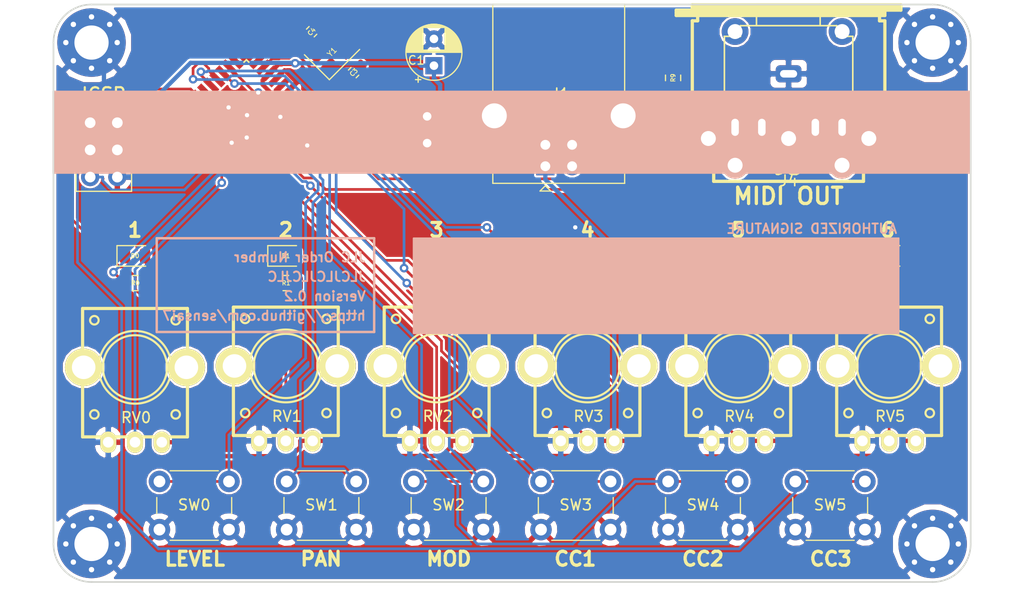
<source format=kicad_pcb>
(kicad_pcb (version 20171130) (host pcbnew "(5.0.2)-1")
  (layers (0 F.Cu signal) (31 B.Cu signal) (34 B.Paste user) (35 F.Paste user) (36 B.SilkS user) (37 F.SilkS user) (38 B.Mask user) (39 F.Mask user) (44 Edge.Cuts user))
  (net 0 "")
  (net 1 GND)
  (net 2 TX)
  (net 3 ~RST)
  (net 4 +5V)
  (net 5 LED5)
  (net 6 "Net-(D5-Pad2)")
  (net 7 "Net-(D4-Pad2)")
  (net 8 LED4)
  (net 9 LED3)
  (net 10 "Net-(D2-Pad2)")
  (net 11 LED2)
  (net 12 LED1)
  (net 13 "Net-(D1-Pad2)")
  (net 14 LED0)
  (net 15 SW1)
  (net 16 SW2)
  (net 17 SW3)
  (net 18 MISO)
  (net 19 SCK)
  (net 20 "Net-(U1-Pad18)")
  (net 21 "Net-(U1-Pad19)")
  (net 22 "Net-(U1-Pad20)")
  (net 23 "Net-(U1-Pad22)")
  (net 24 A0)
  (net 25 A1)
  (net 26 A2)
  (net 27 A3)
  (net 28 A4)
  (net 29 A5)
  (net 30 RX)
  (net 31 SW0)
  (net 32 "Net-(J3-Pad3)")
  (net 33 "Net-(D3-Pad2)")
  (net 34 XTAL1)
  (net 35 XTAL2)
  (net 36 "Net-(J3-Pad4)")
  (net 37 "Net-(J3-Pad1)")
  (net 38 "Net-(J3-Pad5)")
  (net 39 "Net-(J1-Pad2)")
  (net 40 "Net-(J1-Pad3)")
  (net 41 "Net-(D0-Pad2)")
  (module "SensaiLib:Jack stereo tayda no extra holes" (layer F.Cu) (at 68.707 6.477 180)
    (fp_text reference J4 (at 0 -10 180) (layer F.SilkS))
    (fp_text value AudioJack3)
    (pad S thru_hole roundrect (at 0 0 180) (size 2.4 1.6) (drill oval 1.6 0.7) (layers *.Cu *.Mask) (net 1 GND))
    (pad TN thru_hole roundrect (at 2.5 -5 180) (size 1.6 2.4) (drill oval 0.7 1.6) (layers *.Cu *.Mask))
    (pad RN thru_hole roundrect (at -2.5 -5 180) (size 1.6 2.4) (drill oval 0.7 1.6) (layers *.Cu *.Mask))
    (pad T thru_hole roundrect (at 5 -5 180) (size 1.6 2.4) (drill oval 0.7 1.6) (layers *.Cu *.Mask) (net 38 "Net-(J3-Pad5)"))
    (pad R thru_hole roundrect (at -5 -5 180) (size 1.6 2.4) (drill oval 0.7 1.6) (layers *.Cu *.Mask) (net 36 "Net-(J3-Pad4)"))
  )
  (module Button_Switch_THT:SW_PUSH_6mm_H5mm (layer F.Cu) (at 9.906 44.577)
    (fp_text reference SW0 (at 3.25 2.191) (layer F.SilkS))
    (fp_text value SW_Push)
    (pad 2 thru_hole circle (at 0 4.5 90) (size 2 2) (drill 1.1) (layers *.Cu *.Mask) (net 1 GND))
    (pad 1 thru_hole circle (at 0 0 90) (size 2 2) (drill 1.1) (layers *.Cu *.Mask) (net 31 SW0))
    (pad 2 thru_hole circle (at 6.5 4.5 90) (size 2 2) (drill 1.1) (layers *.Cu *.Mask) (net 1 GND))
    (pad 1 thru_hole circle (at 6.5 0 90) (size 2 2) (drill 1.1) (layers *.Cu *.Mask) (net 31 SW0))
  )
  (module LED_SMD:LED_0805_2012Metric (layer F.Cu) (at 7.62 23.495)
    (fp_text reference D0 (at 0 0) (layer F.SilkS) (effects (font (size 0.4 0.4) (thickness 0.08))))
    (fp_text value LED)
    (pad 1 smd roundrect (at -0.9375 0) (size 0.975 1.4) (layers F.Cu F.Paste F.Mask) (net 1 GND))
    (pad 2 smd roundrect (at 0.9375 0) (size 0.975 1.4) (layers F.Cu F.Paste F.Mask) (net 41 "Net-(D0-Pad2)"))
  )
  (module Resistor_SMD:R_0805_2012Metric_Pad1.15x1.40mm_HandSolder (layer F.Cu) (at 7.6587 26.035)
    (fp_text reference R0 (at 0 0) (layer F.SilkS) (effects (font (size 0.4 0.4) (thickness 0.08))))
    (fp_text value 1k)
    (pad 1 smd roundrect (at -1.025 0) (size 1.15 1.4) (layers F.Cu F.Paste F.Mask) (roundrect_rratio 0.217391) (net 14 LED0))
    (pad 2 smd roundrect (at 1.025 0) (size 1.15 1.4) (layers F.Cu F.Paste F.Mask) (roundrect_rratio 0.217391) (net 41 "Net-(D0-Pad2)"))
  )
  (module w_pth_resistors:trimmer_alps-rk09k1130ah1 (layer F.Cu) (at 7.6214 33.909)
    (fp_text reference RV0 (at 0.1 4.7) (layer F.SilkS))
    (fp_text value 100k hide)
    (pad 1 thru_hole oval (at -2.5 7) (size 1.5 2) (drill 1) (layers *.Cu *.Mask F.SilkS) (net 1 GND))
    (pad 2 thru_hole oval (at 0 7) (size 1.5 2) (drill 1) (layers *.Cu *.Mask F.SilkS) (net 24 A0))
    (pad 3 thru_hole oval (at 2.5 7) (size 1.5 2) (drill 1) (layers *.Cu *.Mask F.SilkS) (net 4 +5V))
    (pad "" thru_hole circle (at -4.8 0) (size 3.5 3.5) (drill 2.2) (layers *.Cu *.Mask F.SilkS))
    (pad "" thru_hole circle (at 4.8 0) (size 3.5 3.5) (drill 2.2) (layers *.Cu *.Mask F.SilkS))
  )
  (module Button_Switch_THT:SW_PUSH_6mm_H5mm (layer F.Cu) (at 69.342 44.577)
    (fp_text reference SW5 (at 3.25 2.191) (layer F.SilkS))
    (fp_text value SW_Push)
    (pad 2 thru_hole circle (at 0 4.5 90) (size 2 2) (drill 1.1) (layers *.Cu *.Mask) (net 1 GND))
    (pad 1 thru_hole circle (at 0 0 90) (size 2 2) (drill 1.1) (layers *.Cu *.Mask) (net 19 SCK))
    (pad 2 thru_hole circle (at 6.5 4.5 90) (size 2 2) (drill 1.1) (layers *.Cu *.Mask) (net 1 GND))
    (pad 1 thru_hole circle (at 6.5 0 90) (size 2 2) (drill 1.1) (layers *.Cu *.Mask) (net 19 SCK))
  )
  (module Button_Switch_THT:SW_PUSH_6mm_H5mm (layer F.Cu) (at 57.4548 44.577)
    (fp_text reference SW4 (at 3.25 2.191) (layer F.SilkS))
    (fp_text value SW_Push)
    (pad 1 thru_hole circle (at 6.5 0 90) (size 2 2) (drill 1.1) (layers *.Cu *.Mask) (net 18 MISO))
    (pad 2 thru_hole circle (at 6.5 4.5 90) (size 2 2) (drill 1.1) (layers *.Cu *.Mask) (net 1 GND))
    (pad 1 thru_hole circle (at 0 0 90) (size 2 2) (drill 1.1) (layers *.Cu *.Mask) (net 18 MISO))
    (pad 2 thru_hole circle (at 0 4.5 90) (size 2 2) (drill 1.1) (layers *.Cu *.Mask) (net 1 GND))
  )
  (module Button_Switch_THT:SW_PUSH_6mm_H5mm (layer F.Cu) (at 45.5676 44.577)
    (fp_text reference SW3 (at 3.25 2.191) (layer F.SilkS))
    (fp_text value SW_Push)
    (pad 2 thru_hole circle (at 0 4.5 90) (size 2 2) (drill 1.1) (layers *.Cu *.Mask) (net 1 GND))
    (pad 1 thru_hole circle (at 0 0 90) (size 2 2) (drill 1.1) (layers *.Cu *.Mask) (net 17 SW3))
    (pad 2 thru_hole circle (at 6.5 4.5 90) (size 2 2) (drill 1.1) (layers *.Cu *.Mask) (net 1 GND))
    (pad 1 thru_hole circle (at 6.5 0 90) (size 2 2) (drill 1.1) (layers *.Cu *.Mask) (net 17 SW3))
  )
  (module Button_Switch_THT:SW_PUSH_6mm_H5mm (layer F.Cu) (at 33.6804 44.577)
    (fp_text reference SW2 (at 3.25 2.191) (layer F.SilkS))
    (fp_text value SW_Push)
    (pad 1 thru_hole circle (at 6.5 0 90) (size 2 2) (drill 1.1) (layers *.Cu *.Mask) (net 16 SW2))
    (pad 2 thru_hole circle (at 6.5 4.5 90) (size 2 2) (drill 1.1) (layers *.Cu *.Mask) (net 1 GND))
    (pad 1 thru_hole circle (at 0 0 90) (size 2 2) (drill 1.1) (layers *.Cu *.Mask) (net 16 SW2))
    (pad 2 thru_hole circle (at 0 4.5 90) (size 2 2) (drill 1.1) (layers *.Cu *.Mask) (net 1 GND))
  )
  (module Button_Switch_THT:SW_PUSH_6mm_H5mm (layer F.Cu) (at 21.7932 44.577)
    (fp_text reference SW1 (at 3.25 2.191) (layer F.SilkS))
    (fp_text value SW_Push)
    (pad 2 thru_hole circle (at 0 4.5 90) (size 2 2) (drill 1.1) (layers *.Cu *.Mask) (net 1 GND))
    (pad 1 thru_hole circle (at 0 0 90) (size 2 2) (drill 1.1) (layers *.Cu *.Mask) (net 15 SW1))
    (pad 2 thru_hole circle (at 6.5 4.5 90) (size 2 2) (drill 1.1) (layers *.Cu *.Mask) (net 1 GND))
    (pad 1 thru_hole circle (at 6.5 0 90) (size 2 2) (drill 1.1) (layers *.Cu *.Mask) (net 15 SW1))
  )
  (module Capacitor_SMD:C_0603_1608Metric_Pad1.05x0.95mm_HandSolder (layer F.Cu) (at 28.0507 6.3663 45)
    (fp_text reference C3 (at 0.023026 0 45) (layer F.SilkS) (effects (font (size 0.4 0.4) (thickness 0.08))))
    (fp_text value 22p)
    (pad 2 smd roundrect (at 0.874999 0 45) (size 1.05 0.95) (layers F.Cu F.Paste F.Mask) (net 34 XTAL1))
    (pad 1 smd roundrect (at -0.874999 0 45) (size 1.05 0.95) (layers F.Cu F.Paste F.Mask) (net 1 GND))
  )
  (module Capacitor_SMD:C_0603_1608Metric_Pad1.05x0.95mm_HandSolder (layer F.Cu) (at 24.13 2.54 225)
    (fp_text reference C4 (at 0 0 225) (layer F.SilkS) (effects (font (size 0.4 0.4) (thickness 0.08))))
    (fp_text value 22p)
    (pad 1 smd roundrect (at -0.874999 0 225) (size 1.05 0.95) (layers F.Cu F.Paste F.Mask) (net 35 XTAL2))
    (pad 2 smd roundrect (at 0.874999 0 225) (size 1.05 0.95) (layers F.Cu F.Paste F.Mask) (net 1 GND))
  )
  (module Capacitor_THT:CP_Radial_D5.0mm_P2.50mm (layer F.Cu) (at 35.56 5.715 90)
    (fp_text reference C1 (at 0.508 -1.651 180) (layer F.SilkS) (effects (font (size 0.8 0.8) (thickness 0.12))))
    (fp_text value 2.2u)
    (pad 1 thru_hole rect (at 0 0 90) (size 1.6 1.6) (drill 0.8) (layers *.Cu *.Mask) (net 4 +5V))
    (pad 2 thru_hole circle (at 2.5 0 90) (size 1.6 1.6) (drill 0.8) (layers *.Cu *.Mask) (net 1 GND))
  )
  (module Capacitor_THT:CP_Radial_D6.3mm_P2.50mm (layer F.Cu) (at 34.925 12.954 90)
    (fp_text reference C2 (at 0.381 -1.905 180) (layer F.SilkS))
    (fp_text value 100u)
    (pad 1 thru_hole rect (at 0 0 90) (size 1.6 1.6) (drill 0.8) (layers *.Cu *.Mask) (net 4 +5V))
    (pad 2 thru_hole circle (at 2.5 0 90) (size 1.6 1.6) (drill 0.8) (layers *.Cu *.Mask) (net 1 GND))
  )
  (module Connector_PinHeader_2.54mm:PinHeader_2x03_P2.54mm_Vertical (layer F.Cu) (at 3.429 11.049)
    (fp_text reference J2 (at 1.143 3.683) (layer F.SilkS) (effects (font (size 0.8 0.8))))
    (fp_text value Conn_02x03_Odd_Even)
    (pad 1 thru_hole rect (at 0 0) (size 1.7 1.7) (drill 1) (layers *.Cu *.Mask) (net 18 MISO))
    (pad 2 thru_hole oval (at 2.54 0) (size 1.7 1.7) (drill 1) (layers *.Cu *.Mask) (net 4 +5V))
    (pad 3 thru_hole oval (at 0 2.54) (size 1.7 1.7) (drill 1) (layers *.Cu *.Mask) (net 19 SCK))
    (pad 4 thru_hole oval (at 2.54 2.54) (size 1.7 1.7) (drill 1) (layers *.Cu *.Mask) (net 5 LED5))
    (pad 5 thru_hole oval (at 0 5.08) (size 1.7 1.7) (drill 1) (layers *.Cu *.Mask) (net 3 ~RST))
    (pad 6 thru_hole oval (at 2.54 5.08) (size 1.7 1.7) (drill 1) (layers *.Cu *.Mask) (net 1 GND))
  )
  (module Connector_USB:USB_B_OST_USB-B1HSxx_Horizontal (layer F.Cu) (at 45.974 15.113 90)
    (fp_text reference J1 (at 6.76 1.397 180) (layer F.SilkS))
    (fp_text value USB_B)
    (pad 1 thru_hole rect (at 0 0 90) (size 1.7 1.7) (drill 0.92) (layers *.Cu *.Mask) (net 4 +5V))
    (pad 2 thru_hole circle (at 0 2.5 90) (size 1.7 1.7) (drill 0.92) (layers *.Cu *.Mask) (net 39 "Net-(J1-Pad2)"))
    (pad 3 thru_hole circle (at 2 2.5 90) (size 1.7 1.7) (drill 0.92) (layers *.Cu *.Mask) (net 40 "Net-(J1-Pad3)"))
    (pad 4 thru_hole circle (at 2 0 90) (size 1.7 1.7) (drill 0.92) (layers *.Cu *.Mask) (net 1 GND))
    (pad 5 thru_hole circle (at 4.71 -4.77 90) (size 3.5 3.5) (drill 2.33) (layers *.Cu *.Mask) (net 1 GND))
    (pad 5 thru_hole circle (at 4.71 7.27 90) (size 3.5 3.5) (drill 2.33) (layers *.Cu *.Mask) (net 1 GND))
  )
  (module Crystal:Crystal_SMD_3225-4Pin_3.2x2.5mm (layer F.Cu) (at 26.035 4.445 45)
    (fp_text reference Y1 (at 0 0 225) (layer F.SilkS) (effects (font (size 0.5 0.5) (thickness 0.08))))
    (fp_text value 16MHz)
    (pad 1 smd rect (at -1.1 0.85 45) (size 1.4 1.2) (layers F.Cu F.Paste F.Mask) (net 34 XTAL1))
    (pad 2 smd rect (at 1.1 0.85 45) (size 1.4 1.2) (layers F.Cu F.Paste F.Mask) (net 1 GND))
    (pad 3 smd rect (at 1.1 -0.85 45) (size 1.4 1.2) (layers F.Cu F.Paste F.Mask) (net 35 XTAL2))
    (pad 4 smd rect (at -1.1 -0.85 45) (size 1.4 1.2) (layers F.Cu F.Paste F.Mask) (net 1 GND))
  )
  (module LED_SMD:LED_0805_2012Metric (layer F.Cu) (at 21.717 23.495)
    (fp_text reference D1 (at 0 0) (layer F.SilkS) (effects (font (size 0.4 0.4) (thickness 0.08))))
    (fp_text value LED)
    (pad 2 smd roundrect (at 0.9375 0) (size 0.975 1.4) (layers F.Cu F.Paste F.Mask) (net 13 "Net-(D1-Pad2)"))
    (pad 1 smd roundrect (at -0.9375 0) (size 0.975 1.4) (layers F.Cu F.Paste F.Mask) (net 1 GND))
  )
  (module LED_SMD:LED_0805_2012Metric (layer F.Cu) (at 35.8886 23.495)
    (fp_text reference D2 (at 0 0) (layer F.SilkS) (effects (font (size 0.4 0.4) (thickness 0.08))))
    (fp_text value LED)
    (pad 1 smd roundrect (at -0.9375 0) (size 0.975 1.4) (layers F.Cu F.Paste F.Mask) (net 1 GND))
    (pad 2 smd roundrect (at 0.9375 0) (size 0.975 1.4) (layers F.Cu F.Paste F.Mask) (net 10 "Net-(D2-Pad2)"))
  )
  (module LED_SMD:LED_0805_2012Metric (layer F.Cu) (at 49.8764 23.495)
    (fp_text reference D3 (at 0.034572 0) (layer F.SilkS) (effects (font (size 0.4 0.4) (thickness 0.08))))
    (fp_text value LED)
    (pad 2 smd roundrect (at 0.9375 0) (size 0.975 1.4) (layers F.Cu F.Paste F.Mask) (net 33 "Net-(D3-Pad2)"))
    (pad 1 smd roundrect (at -0.9375 0) (size 0.975 1.4) (layers F.Cu F.Paste F.Mask) (net 1 GND))
  )
  (module LED_SMD:LED_0805_2012Metric (layer F.Cu) (at 63.9913 23.495)
    (fp_text reference D4 (at 0.016715 0) (layer F.SilkS) (effects (font (size 0.4 0.4) (thickness 0.08))))
    (fp_text value LED)
    (pad 1 smd roundrect (at -0.9375 0) (size 0.975 1.4) (layers F.Cu F.Paste F.Mask) (net 1 GND))
    (pad 2 smd roundrect (at 0.9375 0) (size 0.975 1.4) (layers F.Cu F.Paste F.Mask) (net 7 "Net-(D4-Pad2)"))
  )
  (module LED_SMD:LED_0805_2012Metric (layer F.Cu) (at 78.105 23.495)
    (fp_text reference D5 (at 0 0) (layer F.SilkS) (effects (font (size 0.4 0.4) (thickness 0.08))))
    (fp_text value LED)
    (pad 2 smd roundrect (at 0.9375 0) (size 0.975 1.4) (layers F.Cu F.Paste F.Mask) (net 6 "Net-(D5-Pad2)"))
    (pad 1 smd roundrect (at -0.9375 0) (size 0.975 1.4) (layers F.Cu F.Paste F.Mask) (net 1 GND))
  )
  (module MountingHole:MountingHole_3.2mm_M3_Pad_Via (layer F.Cu) (at 82.169 50.419)
    (fp_text reference J6 (at 0 0) (layer F.SilkS))
    (fp_text value Screw_Terminal_01x01)
    (pad 1 thru_hole circle (at 1.697056 -1.697056) (size 0.8 0.8) (drill 0.5) (layers *.Cu *.Mask) (net 1 GND))
    (pad 1 thru_hole circle (at 0 -2.4) (size 0.8 0.8) (drill 0.5) (layers *.Cu *.Mask) (net 1 GND))
    (pad 1 thru_hole circle (at -1.697056 -1.697056) (size 0.8 0.8) (drill 0.5) (layers *.Cu *.Mask) (net 1 GND))
    (pad 1 thru_hole circle (at -2.4 0) (size 0.8 0.8) (drill 0.5) (layers *.Cu *.Mask) (net 1 GND))
    (pad 1 thru_hole circle (at -1.697056 1.697056) (size 0.8 0.8) (drill 0.5) (layers *.Cu *.Mask) (net 1 GND))
    (pad 1 thru_hole circle (at 0 2.4) (size 0.8 0.8) (drill 0.5) (layers *.Cu *.Mask) (net 1 GND))
    (pad 1 thru_hole circle (at 1.697056 1.697056) (size 0.8 0.8) (drill 0.5) (layers *.Cu *.Mask) (net 1 GND))
    (pad 1 thru_hole circle (at 2.4 0) (size 0.8 0.8) (drill 0.5) (layers *.Cu *.Mask) (net 1 GND))
    (pad 1 thru_hole circle (at 0 0) (size 6.4 6.4) (drill 3.2) (layers *.Cu *.Mask) (net 1 GND))
  )
  (module MountingHole:MountingHole_3.2mm_M3_Pad_Via (layer F.Cu) (at 3.556 3.556)
    (fp_text reference J5 (at 0 0.127) (layer F.SilkS))
    (fp_text value Screw_Terminal_01x01)
    (pad 1 thru_hole circle (at 0 0) (size 6.4 6.4) (drill 3.2) (layers *.Cu *.Mask) (net 1 GND))
    (pad 1 thru_hole circle (at 2.4 0) (size 0.8 0.8) (drill 0.5) (layers *.Cu *.Mask) (net 1 GND))
    (pad 1 thru_hole circle (at 1.697056 1.697056) (size 0.8 0.8) (drill 0.5) (layers *.Cu *.Mask) (net 1 GND))
    (pad 1 thru_hole circle (at 0 2.4) (size 0.8 0.8) (drill 0.5) (layers *.Cu *.Mask) (net 1 GND))
    (pad 1 thru_hole circle (at -1.697056 1.697056) (size 0.8 0.8) (drill 0.5) (layers *.Cu *.Mask) (net 1 GND))
    (pad 1 thru_hole circle (at -2.4 0) (size 0.8 0.8) (drill 0.5) (layers *.Cu *.Mask) (net 1 GND))
    (pad 1 thru_hole circle (at -1.697056 -1.697056) (size 0.8 0.8) (drill 0.5) (layers *.Cu *.Mask) (net 1 GND))
    (pad 1 thru_hole circle (at 0 -2.4) (size 0.8 0.8) (drill 0.5) (layers *.Cu *.Mask) (net 1 GND))
    (pad 1 thru_hole circle (at 1.697056 -1.697056) (size 0.8 0.8) (drill 0.5) (layers *.Cu *.Mask) (net 1 GND))
  )
  (module MountingHole:MountingHole_3.2mm_M3_Pad_Via (layer F.Cu) (at 3.556 50.419)
    (fp_text reference J8 (at 0 0) (layer F.SilkS))
    (fp_text value Screw_Terminal_01x01)
    (pad 1 thru_hole circle (at 1.697056 -1.697056) (size 0.8 0.8) (drill 0.5) (layers *.Cu *.Mask) (net 1 GND))
    (pad 1 thru_hole circle (at 0 -2.4) (size 0.8 0.8) (drill 0.5) (layers *.Cu *.Mask) (net 1 GND))
    (pad 1 thru_hole circle (at -1.697056 -1.697056) (size 0.8 0.8) (drill 0.5) (layers *.Cu *.Mask) (net 1 GND))
    (pad 1 thru_hole circle (at -2.4 0) (size 0.8 0.8) (drill 0.5) (layers *.Cu *.Mask) (net 1 GND))
    (pad 1 thru_hole circle (at -1.697056 1.697056) (size 0.8 0.8) (drill 0.5) (layers *.Cu *.Mask) (net 1 GND))
    (pad 1 thru_hole circle (at 0 2.4) (size 0.8 0.8) (drill 0.5) (layers *.Cu *.Mask) (net 1 GND))
    (pad 1 thru_hole circle (at 1.697056 1.697056) (size 0.8 0.8) (drill 0.5) (layers *.Cu *.Mask) (net 1 GND))
    (pad 1 thru_hole circle (at 2.4 0) (size 0.8 0.8) (drill 0.5) (layers *.Cu *.Mask) (net 1 GND))
    (pad 1 thru_hole circle (at 0 0) (size 6.4 6.4) (drill 3.2) (layers *.Cu *.Mask) (net 1 GND))
  )
  (module MountingHole:MountingHole_3.2mm_M3_Pad_Via (layer F.Cu) (at 82.169 3.556)
    (fp_text reference J7 (at 0 0) (layer F.SilkS))
    (fp_text value Screw_Terminal_01x01)
    (pad 1 thru_hole circle (at 0 0) (size 6.4 6.4) (drill 3.2) (layers *.Cu *.Mask) (net 1 GND))
    (pad 1 thru_hole circle (at 2.4 0) (size 0.8 0.8) (drill 0.5) (layers *.Cu *.Mask) (net 1 GND))
    (pad 1 thru_hole circle (at 1.697056 1.697056) (size 0.8 0.8) (drill 0.5) (layers *.Cu *.Mask) (net 1 GND))
    (pad 1 thru_hole circle (at 0 2.4) (size 0.8 0.8) (drill 0.5) (layers *.Cu *.Mask) (net 1 GND))
    (pad 1 thru_hole circle (at -1.697056 1.697056) (size 0.8 0.8) (drill 0.5) (layers *.Cu *.Mask) (net 1 GND))
    (pad 1 thru_hole circle (at -2.4 0) (size 0.8 0.8) (drill 0.5) (layers *.Cu *.Mask) (net 1 GND))
    (pad 1 thru_hole circle (at -1.697056 -1.697056) (size 0.8 0.8) (drill 0.5) (layers *.Cu *.Mask) (net 1 GND))
    (pad 1 thru_hole circle (at 0 -2.4) (size 0.8 0.8) (drill 0.5) (layers *.Cu *.Mask) (net 1 GND))
    (pad 1 thru_hole circle (at 1.697056 -1.697056) (size 0.8 0.8) (drill 0.5) (layers *.Cu *.Mask) (net 1 GND))
  )
  (module Package_QFP:TQFP-32_7x7mm_P0.8mm (layer F.Cu) (at 18.034 10.287 225)
    (fp_text reference U1 (at 0 0 225) (layer F.SilkS))
    (fp_text value ATmega328P-AU)
    (pad 1 smd rect (at -4.25 -2.8 225) (size 1.6 0.55) (layers F.Cu F.Paste F.Mask) (net 14 LED0))
    (pad 2 smd rect (at -4.25 -2 225) (size 1.6 0.55) (layers F.Cu F.Paste F.Mask) (net 15 SW1))
    (pad 3 smd rect (at -4.25 -1.2 225) (size 1.6 0.55) (layers F.Cu F.Paste F.Mask) (net 1 GND))
    (pad 4 smd rect (at -4.25 -0.4 225) (size 1.6 0.55) (layers F.Cu F.Paste F.Mask) (net 4 +5V))
    (pad 5 smd rect (at -4.25 0.4 225) (size 1.6 0.55) (layers F.Cu F.Paste F.Mask) (net 1 GND))
    (pad 6 smd rect (at -4.25 1.2 225) (size 1.6 0.55) (layers F.Cu F.Paste F.Mask) (net 4 +5V))
    (pad 7 smd rect (at -4.25 2 225) (size 1.6 0.55) (layers F.Cu F.Paste F.Mask) (net 34 XTAL1))
    (pad 8 smd rect (at -4.25 2.8 225) (size 1.6 0.55) (layers F.Cu F.Paste F.Mask) (net 35 XTAL2))
    (pad 9 smd rect (at -2.8 4.25 315) (size 1.6 0.55) (layers F.Cu F.Paste F.Mask) (net 12 LED1))
    (pad 10 smd rect (at -2 4.25 315) (size 1.6 0.55) (layers F.Cu F.Paste F.Mask) (net 11 LED2))
    (pad 11 smd rect (at -1.2 4.25 315) (size 1.6 0.55) (layers F.Cu F.Paste F.Mask) (net 16 SW2))
    (pad 12 smd rect (at -0.4 4.25 315) (size 1.6 0.55) (layers F.Cu F.Paste F.Mask) (net 17 SW3))
    (pad 13 smd rect (at 0.4 4.25 315) (size 1.6 0.55) (layers F.Cu F.Paste F.Mask) (net 9 LED3))
    (pad 14 smd rect (at 1.2 4.25 315) (size 1.6 0.55) (layers F.Cu F.Paste F.Mask) (net 8 LED4))
    (pad 15 smd rect (at 2 4.25 315) (size 1.6 0.55) (layers F.Cu F.Paste F.Mask) (net 5 LED5))
    (pad 16 smd rect (at 2.8 4.25 315) (size 1.6 0.55) (layers F.Cu F.Paste F.Mask) (net 18 MISO))
    (pad 17 smd rect (at 4.25 2.8 225) (size 1.6 0.55) (layers F.Cu F.Paste F.Mask) (net 19 SCK))
    (pad 18 smd rect (at 4.25 2 225) (size 1.6 0.55) (layers F.Cu F.Paste F.Mask) (net 20 "Net-(U1-Pad18)"))
    (pad 19 smd rect (at 4.25 1.2 225) (size 1.6 0.55) (layers F.Cu F.Paste F.Mask) (net 21 "Net-(U1-Pad19)"))
    (pad 20 smd rect (at 4.25 0.4 225) (size 1.6 0.55) (layers F.Cu F.Paste F.Mask) (net 22 "Net-(U1-Pad20)"))
    (pad 21 smd rect (at 4.25 -0.4 225) (size 1.6 0.55) (layers F.Cu F.Paste F.Mask) (net 1 GND))
    (pad 22 smd rect (at 4.25 -1.2 225) (size 1.6 0.55) (layers F.Cu F.Paste F.Mask) (net 23 "Net-(U1-Pad22)"))
    (pad 23 smd rect (at 4.25 -2 225) (size 1.6 0.55) (layers F.Cu F.Paste F.Mask) (net 24 A0))
    (pad 24 smd rect (at 4.25 -2.8 225) (size 1.6 0.55) (layers F.Cu F.Paste F.Mask) (net 25 A1))
    (pad 25 smd rect (at 2.8 -4.25 315) (size 1.6 0.55) (layers F.Cu F.Paste F.Mask) (net 26 A2))
    (pad 26 smd rect (at 2 -4.25 315) (size 1.6 0.55) (layers F.Cu F.Paste F.Mask) (net 27 A3))
    (pad 27 smd rect (at 1.2 -4.25 315) (size 1.6 0.55) (layers F.Cu F.Paste F.Mask) (net 28 A4))
    (pad 28 smd rect (at 0.4 -4.25 315) (size 1.6 0.55) (layers F.Cu F.Paste F.Mask) (net 29 A5))
    (pad 29 smd rect (at -0.4 -4.25 315) (size 1.6 0.55) (layers F.Cu F.Paste F.Mask) (net 3 ~RST))
    (pad 30 smd rect (at -1.2 -4.25 315) (size 1.6 0.55) (layers F.Cu F.Paste F.Mask) (net 30 RX))
    (pad 31 smd rect (at -2 -4.25 315) (size 1.6 0.55) (layers F.Cu F.Paste F.Mask) (net 2 TX))
    (pad 32 smd rect (at -2.8 -4.25 315) (size 1.6 0.55) (layers F.Cu F.Paste F.Mask) (net 31 SW0))
  )
  (module Resistor_SMD:R_0805_2012Metric_Pad1.15x1.40mm_HandSolder (layer F.Cu) (at 57.912 6.858 270)
    (fp_text reference R9 (at 0 0 270) (layer F.SilkS) (effects (font (size 0.4 0.4) (thickness 0.08))))
    (fp_text value 220R)
    (pad 1 smd roundrect (at -1.025 0 270) (size 1.15 1.4) (layers F.Cu F.Paste F.Mask) (roundrect_rratio 0.217391) (net 4 +5V))
    (pad 2 smd roundrect (at 1.025 0 270) (size 1.15 1.4) (layers F.Cu F.Paste F.Mask) (roundrect_rratio 0.217391) (net 36 "Net-(J3-Pad4)"))
  )
  (module Resistor_SMD:R_0805_2012Metric_Pad1.15x1.40mm_HandSolder (layer F.Cu) (at 57.912 11.557 90)
    (fp_text reference R8 (at 0 0 270) (layer F.SilkS) (effects (font (size 0.4 0.4) (thickness 0.08))))
    (fp_text value 220R)
    (pad 2 smd roundrect (at 1.025 0 90) (size 1.15 1.4) (layers F.Cu F.Paste F.Mask) (roundrect_rratio 0.217391) (net 2 TX))
    (pad 1 smd roundrect (at -1.025 0 90) (size 1.15 1.4) (layers F.Cu F.Paste F.Mask) (roundrect_rratio 0.217391) (net 38 "Net-(J3-Pad5)"))
  )
  (module Resistor_SMD:R_0805_2012Metric_Pad1.15x1.40mm_HandSolder (layer F.Cu) (at 27.686 12.954 180)
    (fp_text reference R7 (at 0 0 180) (layer F.SilkS) (effects (font (size 0.5 0.5) (thickness 0.08))))
    (fp_text value 10k)
    (pad 1 smd roundrect (at -1.025 0 180) (size 1.15 1.4) (layers F.Cu F.Paste F.Mask) (roundrect_rratio 0.217391) (net 4 +5V))
    (pad 2 smd roundrect (at 1.025 0 180) (size 1.15 1.4) (layers F.Cu F.Paste F.Mask) (roundrect_rratio 0.217391) (net 3 ~RST))
  )
  (module Resistor_SMD:R_0805_2012Metric_Pad1.15x1.40mm_HandSolder (layer F.Cu) (at 78.0663 26.035)
    (fp_text reference R5 (at 0 0) (layer F.SilkS) (effects (font (size 0.4 0.4) (thickness 0.08))))
    (fp_text value 1k)
    (pad 1 smd roundrect (at -1.025 0) (size 1.15 1.4) (layers F.Cu F.Paste F.Mask) (roundrect_rratio 0.217391) (net 5 LED5))
    (pad 2 smd roundrect (at 1.025 0) (size 1.15 1.4) (layers F.Cu F.Paste F.Mask) (roundrect_rratio 0.217391) (net 6 "Net-(D5-Pad2)"))
  )
  (module Resistor_SMD:R_0805_2012Metric_Pad1.15x1.40mm_HandSolder (layer F.Cu) (at 64.0356 26.035)
    (fp_text reference R4 (at 0 0) (layer F.SilkS) (effects (font (size 0.4 0.4) (thickness 0.08))))
    (fp_text value 1k)
    (pad 2 smd roundrect (at 1.025 0) (size 1.15 1.4) (layers F.Cu F.Paste F.Mask) (roundrect_rratio 0.217391) (net 7 "Net-(D4-Pad2)"))
    (pad 1 smd roundrect (at -1.025 0) (size 1.15 1.4) (layers F.Cu F.Paste F.Mask) (roundrect_rratio 0.217391) (net 8 LED4))
  )
  (module Resistor_SMD:R_0805_2012Metric_Pad1.15x1.40mm_HandSolder (layer F.Cu) (at 49.8779 26.035)
    (fp_text reference R3 (at 0.033144 0 180) (layer F.SilkS) (effects (font (size 0.4 0.4) (thickness 0.08))))
    (fp_text value 1k)
    (pad 1 smd roundrect (at -1.025 0) (size 1.15 1.4) (layers F.Cu F.Paste F.Mask) (roundrect_rratio 0.217391) (net 9 LED3))
    (pad 2 smd roundrect (at 1.025 0) (size 1.15 1.4) (layers F.Cu F.Paste F.Mask) (roundrect_rratio 0.217391) (net 33 "Net-(D3-Pad2)"))
  )
  (module Resistor_SMD:R_0805_2012Metric_Pad1.15x1.40mm_HandSolder (layer F.Cu) (at 35.8471 26.035)
    (fp_text reference R2 (at -0.033142 0 180) (layer F.SilkS) (effects (font (size 0.4 0.4) (thickness 0.08))))
    (fp_text value 1k)
    (pad 2 smd roundrect (at 1.025 0) (size 1.15 1.4) (layers F.Cu F.Paste F.Mask) (roundrect_rratio 0.217391) (net 10 "Net-(D2-Pad2)"))
    (pad 1 smd roundrect (at -1.025 0) (size 1.15 1.4) (layers F.Cu F.Paste F.Mask) (roundrect_rratio 0.217391) (net 11 LED2))
  )
  (module Resistor_SMD:R_0805_2012Metric_Pad1.15x1.40mm_HandSolder (layer F.Cu) (at 21.717 26.035)
    (fp_text reference R1 (at 0.027572 0) (layer F.SilkS) (effects (font (size 0.4 0.4) (thickness 0.08))))
    (fp_text value 1k)
    (pad 1 smd roundrect (at -1.025 0) (size 1.15 1.4) (layers F.Cu F.Paste F.Mask) (roundrect_rratio 0.217391) (net 12 LED1))
    (pad 2 smd roundrect (at 1.025 0) (size 1.15 1.4) (layers F.Cu F.Paste F.Mask) (roundrect_rratio 0.217391) (net 13 "Net-(D1-Pad2)"))
  )
  (module SensaiLib:din-5 (layer F.Cu) (at 68.707 9.525 180)
    (fp_text reference J3 (at 0 -5.588 180) (layer F.SilkS) (effects (font (size 1.524 1.524) (thickness 0.3048))))
    (fp_text value "MIDI OUT" (at 0 -8.382 180) (layer F.SilkS) (effects (font (size 1.524 1.524) (thickness 0.3048))))
    (pad 3 thru_hole circle (at -7.49808 -2.9972 180) (size 2.49936 2.49936) (drill 1.397) (layers *.Cu *.SilkS *.Mask) (net 32 "Net-(J3-Pad3)"))
    (pad 4 thru_hole circle (at 4.99618 -5.4991 180) (size 2.49936 2.49936) (drill 1.397) (layers *.Cu *.SilkS *.Mask) (net 36 "Net-(J3-Pad4)"))
    (pad 2 thru_hole circle (at 0 -2.99974 180) (size 2.49936 2.49936) (drill 1.397) (layers *.Cu *.SilkS *.Mask) (net 1 GND))
    (pad 1 thru_hole circle (at 7.49808 -2.9972 180) (size 2.49936 2.49936) (drill 1.397) (layers *.Cu *.SilkS *.Mask) (net 37 "Net-(J3-Pad1)"))
    (pad 5 thru_hole circle (at -4.99618 -5.4991 180) (size 2.49936 2.49936) (drill 1.397) (layers *.Cu *.SilkS *.Mask) (net 38 "Net-(J3-Pad5)"))
    (pad "" thru_hole circle (at 5.00126 6.9977 180) (size 2.49936 2.49936) (drill 1.397) (layers *.Cu *.Mask))
    (pad "" thru_hole circle (at -5.00126 6.9977 180) (size 2.49936 2.49936) (drill 1.397) (layers *.Cu *.Mask))
  )
  (module w_pth_resistors:trimmer_alps-rk09k1130ah1 (layer F.Cu) (at 49.9107 33.782)
    (fp_text reference RV3 (at 0.1 4.7) (layer F.SilkS))
    (fp_text value 100k hide)
    (pad "" thru_hole circle (at 4.8 0) (size 3.5 3.5) (drill 2.2) (layers *.Cu *.Mask F.SilkS))
    (pad "" thru_hole circle (at -4.8 0) (size 3.5 3.5) (drill 2.2) (layers *.Cu *.Mask F.SilkS))
    (pad 3 thru_hole oval (at 2.5 7) (size 1.5 2) (drill 1) (layers *.Cu *.Mask F.SilkS) (net 4 +5V))
    (pad 2 thru_hole oval (at 0 7) (size 1.5 2) (drill 1) (layers *.Cu *.Mask F.SilkS) (net 27 A3))
    (pad 1 thru_hole oval (at -2.5 7) (size 1.5 2) (drill 1) (layers *.Cu *.Mask F.SilkS) (net 1 GND))
  )
  (module w_pth_resistors:trimmer_alps-rk09k1130ah1 (layer F.Cu) (at 64.0071 33.782)
    (fp_text reference RV4 (at 0.1 4.7) (layer F.SilkS))
    (fp_text value 100k hide)
    (pad 1 thru_hole oval (at -2.5 7) (size 1.5 2) (drill 1) (layers *.Cu *.Mask F.SilkS) (net 1 GND))
    (pad 2 thru_hole oval (at 0 7) (size 1.5 2) (drill 1) (layers *.Cu *.Mask F.SilkS) (net 28 A4))
    (pad 3 thru_hole oval (at 2.5 7) (size 1.5 2) (drill 1) (layers *.Cu *.Mask F.SilkS) (net 4 +5V))
    (pad "" thru_hole circle (at -4.8 0) (size 3.5 3.5) (drill 2.2) (layers *.Cu *.Mask F.SilkS))
    (pad "" thru_hole circle (at 4.8 0) (size 3.5 3.5) (drill 2.2) (layers *.Cu *.Mask F.SilkS))
  )
  (module w_pth_resistors:trimmer_alps-rk09k1130ah1 (layer F.Cu) (at 21.7179 33.782)
    (fp_text reference RV1 (at 0.1 4.7) (layer F.SilkS))
    (fp_text value 100k hide)
    (pad "" thru_hole circle (at 4.8 0) (size 3.5 3.5) (drill 2.2) (layers *.Cu *.Mask F.SilkS))
    (pad "" thru_hole circle (at -4.8 0) (size 3.5 3.5) (drill 2.2) (layers *.Cu *.Mask F.SilkS))
    (pad 3 thru_hole oval (at 2.5 7) (size 1.5 2) (drill 1) (layers *.Cu *.Mask F.SilkS) (net 4 +5V))
    (pad 2 thru_hole oval (at 0 7) (size 1.5 2) (drill 1) (layers *.Cu *.Mask F.SilkS) (net 25 A1))
    (pad 1 thru_hole oval (at -2.5 7) (size 1.5 2) (drill 1) (layers *.Cu *.Mask F.SilkS) (net 1 GND))
  )
  (module w_pth_resistors:trimmer_alps-rk09k1130ah1 (layer F.Cu) (at 78.1036 33.782)
    (fp_text reference RV5 (at 0.1 4.7) (layer F.SilkS))
    (fp_text value 100k hide)
    (pad 1 thru_hole oval (at -2.5 7) (size 1.5 2) (drill 1) (layers *.Cu *.Mask F.SilkS) (net 1 GND))
    (pad 2 thru_hole oval (at 0 7) (size 1.5 2) (drill 1) (layers *.Cu *.Mask F.SilkS) (net 29 A5))
    (pad 3 thru_hole oval (at 2.5 7) (size 1.5 2) (drill 1) (layers *.Cu *.Mask F.SilkS) (net 4 +5V))
    (pad "" thru_hole circle (at -4.8 0) (size 3.5 3.5) (drill 2.2) (layers *.Cu *.Mask F.SilkS))
    (pad "" thru_hole circle (at 4.8 0) (size 3.5 3.5) (drill 2.2) (layers *.Cu *.Mask F.SilkS))
  )
  (module w_pth_resistors:trimmer_alps-rk09k1130ah1 (layer F.Cu) (at 35.8143 33.782)
    (fp_text reference RV2 (at 0.1 4.7) (layer F.SilkS))
    (fp_text value 100k hide)
    (pad 1 thru_hole oval (at -2.5 7) (size 1.5 2) (drill 1) (layers *.Cu *.Mask F.SilkS) (net 1 GND))
    (pad 2 thru_hole oval (at 0 7) (size 1.5 2) (drill 1) (layers *.Cu *.Mask F.SilkS) (net 26 A2))
    (pad 3 thru_hole oval (at 2.5 7) (size 1.5 2) (drill 1) (layers *.Cu *.Mask F.SilkS) (net 4 +5V))
    (pad "" thru_hole circle (at -4.8 0) (size 3.5 3.5) (drill 2.2) (layers *.Cu *.Mask F.SilkS))
    (pad "" thru_hole circle (at 4.8 0) (size 3.5 3.5) (drill 2.2) (layers *.Cu *.Mask F.SilkS))
  )
  (gr_poly (pts (xy 33.655 21.844) (xy 78.994 21.844) (xy 78.994 30.734) (xy 33.655 30.734)) (layer B.SilkS) (width 0.15))
  (gr_text "AUTHORIZED SIGNATURE" (at 70.866 20.955) (layer B.SilkS) (effects (font (size 0.889 0.889) (thickness 0.1778)) (justify mirror)))
  (gr_text https://github.com/sensai7 (at 19.685 29.083) (layer B.SilkS) (effects (font (size 0.889 0.889) (thickness 0.1778)) (justify mirror)))
  (gr_text "Version 0.2" (at 25.357667 27.262666) (layer B.SilkS) (effects (font (size 0.889 0.889) (thickness 0.1778)) (justify mirror)))
  (gr_text "JLC Order Number" (at 23.029333 23.622) (layer B.SilkS) (effects (font (size 0.889 0.889) (thickness 0.1778)) (justify mirror)))
  (gr_line (start 9.652 21.844) (end 29.972 21.844) (layer B.SilkS) (width 0.2286))
  (gr_line (start 9.652 30.607) (end 9.652 21.844) (layer B.SilkS) (width 0.2286))
  (gr_line (start 29.972 30.607) (end 9.652 30.607) (layer B.SilkS) (width 0.2286))
  (gr_line (start 29.972 21.844) (end 29.972 30.607) (layer B.SilkS) (width 0.2286))
  (gr_line (start 78.994 21.844) (end 78.994 21.971) (layer B.SilkS) (width 0.15))
  (gr_poly (pts (xy 0 15.748) (xy 0 8.128) (xy 85.725 8.128) (xy 85.725 15.748)) (layer B.SilkS) (width 0.15))
  (gr_text 6 (at 77.978 21.082) (layer F.SilkS) (effects (font (size 1.3 1.3) (thickness 0.3))))
  (gr_text 5 (at 64.008 21.082) (layer F.SilkS) (effects (font (size 1.3 1.3) (thickness 0.3))))
  (gr_text 4 (at 49.911 21.082) (layer F.SilkS) (effects (font (size 1.3 1.3) (thickness 0.3))))
  (gr_text 3 (at 35.814 21.082) (layer F.SilkS) (effects (font (size 1.3 1.3) (thickness 0.3))))
  (gr_text 2 (at 21.717 21.082) (layer F.SilkS) (effects (font (size 1.3 1.3) (thickness 0.3))))
  (gr_text 1 (at 7.62 21.082) (layer F.SilkS) (effects (font (size 1.3 1.3) (thickness 0.3))))
  (gr_text JLCJLCJLCJLC (at 24.595667 25.442333) (layer B.SilkS) (effects (font (size 0.889 0.889) (thickness 0.1778)) (justify mirror)))
  (gr_text MOD (at 36.957 51.816) (layer F.SilkS) (effects (font (size 1.3 1.3) (thickness 0.3))))
  (gr_text "CC2\n" (at 60.706 51.816) (layer F.SilkS) (effects (font (size 1.3 1.3) (thickness 0.3))))
  (gr_text CC1 (at 48.768 51.816) (layer F.SilkS) (effects (font (size 1.3 1.3) (thickness 0.3))))
  (gr_text LEVEL (at 13.208 51.816) (layer F.SilkS) (effects (font (size 1.3 1.3) (thickness 0.3))))
  (gr_text PAN (at 25.019 51.816) (layer F.SilkS) (effects (font (size 1.3 1.3) (thickness 0.3))))
  (gr_text CC3 (at 72.644 51.816) (layer F.SilkS) (effects (font (size 1.3 1.3) (thickness 0.3))))
  (gr_text 1 (at 1.397 10.922) (layer F.SilkS) (effects (font (size 1.2 1.2) (thickness 0.2))))
  (gr_text ICSP (at 4.699 8.382) (layer F.SilkS) (effects (font (size 1.2 1.2) (thickness 0.2))))
  (gr_arc (start 3.556 50.419) (end 0 50.419) (angle -90) (layer Edge.Cuts) (width 0.15))
  (gr_arc (start 82.169 3.556) (end 85.725 3.556) (angle -90) (layer Edge.Cuts) (width 0.15))
  (gr_arc (start 82.169 50.419) (end 82.169 53.975) (angle -90) (layer Edge.Cuts) (width 0.15))
  (gr_arc (start 3.556 3.556) (end 3.556 0) (angle -90) (layer Edge.Cuts) (width 0.15))
  (gr_line (start 0 50.419) (end 0 3.556) (layer Edge.Cuts) (width 0.15))
  (gr_line (start 82.169 53.975) (end 3.556 53.975) (layer Edge.Cuts) (width 0.15))
  (gr_line (start 85.725 3.556) (end 85.725 50.419) (layer Edge.Cuts) (width 0.15))
  (gr_line (start 3.556 0) (end 82.169 0) (layer Edge.Cuts) (width 0.15))
  (segment (start 6.5942 23.4067) (end 6.6825 23.495) (width 0.4) (layer F.Cu) (net 1))
  (segment (start 5.969 16.129) (end 6.5942 16.129) (width 0.4) (layer F.Cu) (net 1))
  (segment (start 79.769 50.419) (end 80.4719 51.1219) (width 0.4) (layer B.Cu) (net 1))
  (segment (start 80.4719 51.1219) (end 80.4719 52.1161) (width 0.4) (layer B.Cu) (net 1))
  (segment (start 1.8589 48.7219) (end 1.156 49.4248) (width 0.4) (layer B.Cu) (net 1))
  (segment (start 1.156 49.4248) (end 1.156 50.419) (width 0.4) (layer B.Cu) (net 1))
  (segment (start 1.8589 52.1161) (end 1.8589 51.1219) (width 0.4) (layer B.Cu) (net 1))
  (segment (start 1.8589 51.1219) (end 1.156 50.419) (width 0.4) (layer B.Cu) (net 1))
  (segment (start 82.8719 1.8589) (end 82.169 1.156) (width 0.4) (layer F.Cu) (net 1))
  (segment (start 83.8661 1.8589) (end 82.8719 1.8589) (width 0.4) (layer F.Cu) (net 1))
  (segment (start 82.8719 1.8589) (end 82.8719 2.8531) (width 0.4) (layer F.Cu) (net 1))
  (segment (start 82.8719 2.8531) (end 82.169 3.556) (width 0.4) (layer F.Cu) (net 1))
  (segment (start 82.8719 52.1161) (end 82.169 52.819) (width 0.4) (layer B.Cu) (net 1))
  (segment (start 83.8661 52.1161) (end 82.8719 52.1161) (width 0.4) (layer B.Cu) (net 1))
  (segment (start 82.8719 52.1161) (end 82.8719 51.1219) (width 0.4) (layer B.Cu) (net 1))
  (segment (start 82.8719 51.1219) (end 82.169 50.419) (width 0.4) (layer B.Cu) (net 1))
  (segment (start 84.569 50.419) (end 83.8661 51.1219) (width 0.4) (layer B.Cu) (net 1))
  (segment (start 83.8661 51.1219) (end 83.8661 52.1161) (width 0.4) (layer B.Cu) (net 1))
  (segment (start 80.4719 52.1161) (end 81.4661 52.1161) (width 0.4) (layer B.Cu) (net 1))
  (segment (start 81.4661 52.1161) (end 82.169 52.819) (width 0.4) (layer B.Cu) (net 1))
  (segment (start 80.4719 1.8589) (end 81.4661 1.8589) (width 0.4) (layer F.Cu) (net 1))
  (segment (start 81.4661 1.8589) (end 82.169 1.156) (width 0.4) (layer F.Cu) (net 1))
  (segment (start 80.4719 5.2531) (end 81.4661 5.2531) (width 0.4) (layer F.Cu) (net 1))
  (segment (start 81.4661 5.2531) (end 82.169 5.956) (width 0.4) (layer F.Cu) (net 1))
  (segment (start 79.769 5.0165) (end 80.2353 5.0165) (width 0.4) (layer F.Cu) (net 1))
  (segment (start 80.2353 5.0165) (end 80.4719 5.2531) (width 0.4) (layer F.Cu) (net 1))
  (segment (start 79.769 3.556) (end 80.4719 2.8531) (width 0.4) (layer B.Cu) (net 1))
  (segment (start 80.4719 2.8531) (end 80.4719 1.8589) (width 0.4) (layer B.Cu) (net 1))
  (segment (start 82.169 48.019) (end 81.1748 48.019) (width 0.4) (layer F.Cu) (net 1))
  (segment (start 81.1748 48.019) (end 80.4719 48.7219) (width 0.4) (layer F.Cu) (net 1))
  (segment (start 79.2719 49.9219) (end 79.769 50.419) (width 0.4) (layer F.Cu) (net 1))
  (segment (start 79.769 5.0165) (end 79.769 3.556) (width 0.4) (layer F.Cu) (net 1))
  (segment (start 80.4719 48.7219) (end 79.2719 49.9219) (width 0.4) (layer F.Cu) (net 1))
  (segment (start 53.244 10.403) (end 53.8372 9.8098) (width 0.4) (layer B.Cu) (net 1))
  (segment (start 45.974 13.113) (end 45.5822 13.113) (width 0.4) (layer B.Cu) (net 1))
  (segment (start 34.976 10.403) (end 34.925 10.454) (width 0.4) (layer F.Cu) (net 1))
  (segment (start 5.956 2.3595) (end 5.4554 1.8589) (width 0.4) (layer F.Cu) (net 1))
  (segment (start 5.4554 1.8589) (end 5.2531 1.8589) (width 0.4) (layer F.Cu) (net 1))
  (segment (start 5.956 3.556) (end 5.956 2.3595) (width 0.4) (layer F.Cu) (net 1))
  (segment (start 27.1355 7.2815) (end 27.432 6.985) (width 0.4) (layer F.Cu) (net 1))
  (segment (start 27.4139 4.2682) (end 27.2902 4.3919) (width 0.4) (layer F.Cu) (net 1))
  (segment (start 24.886 4.3919) (end 24.6561 4.6218) (width 0.4) (layer F.Cu) (net 1))
  (segment (start 3.556 1.8589) (end 5.2531 1.8589) (width 0.4) (layer B.Cu) (net 1))
  (segment (start 3.556 1.8589) (end 3.556 3.556) (width 0.4) (layer B.Cu) (net 1))
  (segment (start 5.956 49.077) (end 5.6082 49.077) (width 0.4) (layer F.Cu) (net 1))
  (segment (start 5.6082 49.077) (end 5.2531 48.7219) (width 0.4) (layer F.Cu) (net 1))
  (segment (start 5.956 49.077) (end 5.956 50.419) (width 0.4) (layer F.Cu) (net 1))
  (segment (start 3.9074 52.1161) (end 3.556 52.4675) (width 0.4) (layer F.Cu) (net 1))
  (segment (start 5.2531 52.1161) (end 3.9074 52.1161) (width 0.4) (layer F.Cu) (net 1))
  (segment (start 3.9074 52.1161) (end 3.9074 50.7704) (width 0.4) (layer F.Cu) (net 1))
  (segment (start 3.9074 50.7704) (end 3.556 50.419) (width 0.4) (layer F.Cu) (net 1))
  (segment (start 3.556 52.4675) (end 2.2103 52.4675) (width 0.4) (layer F.Cu) (net 1))
  (segment (start 2.2103 52.4675) (end 1.8589 52.1161) (width 0.4) (layer F.Cu) (net 1))
  (segment (start 3.556 52.4675) (end 3.556 52.819) (width 0.4) (layer F.Cu) (net 1))
  (segment (start 1.156 3.556) (end 1.8589 4.2589) (width 0.4) (layer F.Cu) (net 1))
  (segment (start 1.8589 4.2589) (end 1.8589 5.2531) (width 0.4) (layer F.Cu) (net 1))
  (segment (start 3.556 1.156) (end 3.556 1.8589) (width 0.4) (layer B.Cu) (net 1))
  (segment (start 3.556 1.8589) (end 1.8589 1.8589) (width 0.4) (layer B.Cu) (net 1))
  (segment (start 20.7564 6.999) (end 21.6052 6.1502) (width 0.4) (layer F.Cu) (net 1))
  (segment (start 3.556 48.019) (end 3.8045 47.7705) (width 0.4) (layer B.Cu) (net 1))
  (segment (start 3.8045 47.7705) (end 3.8046 47.7705) (width 0.4) (layer B.Cu) (net 1))
  (segment (start 3.8046 47.7705) (end 4.0532 47.5219) (width 0.4) (layer B.Cu) (net 1))
  (segment (start 5.2531 48.7219) (end 4.0532 47.5219) (width 0.4) (layer B.Cu) (net 1))
  (segment (start 4.3791 6.1271) (end 4.7187 6.4667) (width 0.4) (layer B.Cu) (net 1))
  (segment (start 4.7187 6.4667) (end 4.7187 14.1755) (width 0.4) (layer B.Cu) (net 1))
  (segment (start 4.7187 14.1755) (end 5.4219 14.8787) (width 0.4) (layer B.Cu) (net 1))
  (segment (start 5.4219 14.8787) (end 5.969 14.8787) (width 0.4) (layer B.Cu) (net 1))
  (segment (start 5.2531 5.2531) (end 4.3791 6.1271) (width 0.4) (layer B.Cu) (net 1))
  (segment (start 4.3791 6.1271) (end 3.7271 6.1271) (width 0.4) (layer B.Cu) (net 1))
  (segment (start 3.7271 6.1271) (end 3.556 5.956) (width 0.4) (layer B.Cu) (net 1))
  (segment (start 5.956 3.556) (end 5.956 4.5502) (width 0.4) (layer B.Cu) (net 1))
  (segment (start 5.956 4.5502) (end 5.2531 5.2531) (width 0.4) (layer B.Cu) (net 1))
  (segment (start 5.969 16.129) (end 5.969 14.8787) (width 0.4) (layer B.Cu) (net 1))
  (segment (start 84.569 50.419) (end 83.8661 49.7161) (width 0.4) (layer B.Cu) (net 1))
  (segment (start 83.8661 49.7161) (end 83.8661 48.7219) (width 0.4) (layer B.Cu) (net 1))
  (segment (start 5.956 50.419) (end 5.2531 51.1219) (width 0.4) (layer B.Cu) (net 1))
  (segment (start 5.2531 51.1219) (end 5.2531 52.1161) (width 0.4) (layer B.Cu) (net 1))
  (segment (start 1.8589 1.8589) (end 1.156 2.5618) (width 0.4) (layer B.Cu) (net 1))
  (segment (start 1.156 2.5618) (end 1.156 3.556) (width 0.4) (layer B.Cu) (net 1))
  (segment (start 83.8661 5.2531) (end 83.8661 4.2589) (width 0.4) (layer B.Cu) (net 1))
  (segment (start 83.8661 4.2589) (end 84.569 3.556) (width 0.4) (layer B.Cu) (net 1))
  (segment (start 83.8661 1.8589) (end 84.569 2.5618) (width 0.4) (layer B.Cu) (net 1))
  (segment (start 84.569 2.5618) (end 84.569 3.556) (width 0.4) (layer B.Cu) (net 1))
  (segment (start 22.3533 7.6647) (end 22.7365 7.2815) (width 0.4) (layer F.Cu) (net 1))
  (segment (start 21.8877 8.1303) (end 22.3533 7.6647) (width 0.4) (layer F.Cu) (net 1))
  (segment (start 21.6052 6.1502) (end 22.7365 7.2815) (width 0.4) (layer F.Cu) (net 1))
  (segment (start 23.511282 3.476917) (end 24.656142 4.621777) (width 0.4) (layer F.Cu) (net 1))
  (segment (start 23.511282 3.158718) (end 23.511282 3.476917) (width 0.4) (layer F.Cu) (net 1))
  (segment (start 26.46533 4.268223) (end 27.413858 4.268223) (width 0.4) (layer F.Cu) (net 1))
  (segment (start 26.228944 4.504609) (end 26.46533 4.268223) (width 0.4) (layer F.Cu) (net 1))
  (segment (start 25.721838 4.504609) (end 26.228944 4.504609) (width 0.4) (layer F.Cu) (net 1))
  (segment (start 25.60467 4.621777) (end 25.721838 4.504609) (width 0.4) (layer F.Cu) (net 1))
  (segment (start 24.656142 4.621777) (end 25.60467 4.621777) (width 0.4) (layer F.Cu) (net 1))
  (via (at 48.768 20.828) (size 0.8) (drill 0.4) (layers F.Cu B.Cu) (net 1))
  (segment (start 22.4534 11.878) (end 22.9921 12.4167) (width 0.25) (layer F.Cu) (net 2))
  (segment (start 22.9921 12.4167) (end 22.9921 13.4727) (width 0.25) (layer F.Cu) (net 2))
  (segment (start 22.9921 13.4727) (end 23.417 13.8976) (width 0.25) (layer F.Cu) (net 2))
  (segment (start 23.417 13.8976) (end 24.0179 13.8976) (width 0.25) (layer F.Cu) (net 2))
  (segment (start 24.0179 13.8976) (end 25.9948 11.9207) (width 0.25) (layer F.Cu) (net 2))
  (segment (start 25.9948 11.9207) (end 27.2697 11.9207) (width 0.25) (layer F.Cu) (net 2))
  (segment (start 27.2697 11.9207) (end 27.5829 12.2339) (width 0.25) (layer F.Cu) (net 2))
  (segment (start 27.5829 12.2339) (end 27.5829 13.4914) (width 0.25) (layer F.Cu) (net 2))
  (segment (start 27.5829 13.4914) (end 30.3838 16.2923) (width 0.25) (layer F.Cu) (net 2))
  (segment (start 30.3838 16.2923) (end 52.1517 16.2923) (width 0.25) (layer F.Cu) (net 2))
  (segment (start 52.1517 16.2923) (end 57.912 10.532) (width 0.25) (layer F.Cu) (net 2))
  (segment (start 4.6043 16.129) (end 4.6043 16.4741) (width 0.25) (layer B.Cu) (net 3))
  (segment (start 4.6043 16.4741) (end 5.4635 17.3333) (width 0.25) (layer B.Cu) (net 3))
  (segment (start 5.4635 17.3333) (end 12.2401 17.3333) (width 0.25) (layer B.Cu) (net 3))
  (segment (start 12.2401 17.3333) (end 16.6549 12.9185) (width 0.25) (layer B.Cu) (net 3))
  (segment (start 3.429 16.129) (end 4.6043 16.129) (width 0.25) (layer B.Cu) (net 3))
  (via (at 16.6549 12.9185) (size 0.8) (layers F.Cu B.Cu) (net 3))
  (segment (start 25.2671 14.3479) (end 26.661 12.954) (width 0.25) (layer F.Cu) (net 3))
  (segment (start 16.8956 13.1592) (end 19.449 13.1592) (width 0.25) (layer F.Cu) (net 3))
  (segment (start 16.6549 12.9185) (end 16.8956 13.1592) (width 0.25) (layer F.Cu) (net 3))
  (segment (start 19.449 13.1592) (end 20.1622 12.446) (width 0.25) (layer F.Cu) (net 3))
  (segment (start 20.7586 12.446) (end 22.6605 14.3479) (width 0.25) (layer F.Cu) (net 3))
  (segment (start 20.1622 12.446) (end 20.7586 12.446) (width 0.25) (layer F.Cu) (net 3))
  (segment (start 22.6605 14.3479) (end 25.2671 14.3479) (width 0.25) (layer F.Cu) (net 3))
  (segment (start 35.56 5.715) (end 35.56 6.9153) (width 0.4) (layer B.Cu) (net 4))
  (segment (start 34.925 12.954) (end 34.925 11.7537) (width 0.4) (layer B.Cu) (net 4))
  (segment (start 34.925 11.7537) (end 35.3751 11.7537) (width 0.4) (layer B.Cu) (net 4))
  (segment (start 35.3751 11.7537) (end 36.1368 10.992) (width 0.4) (layer B.Cu) (net 4))
  (segment (start 36.1368 10.992) (end 36.1368 7.4921) (width 0.4) (layer B.Cu) (net 4))
  (segment (start 36.1368 7.4921) (end 35.56 6.9153) (width 0.4) (layer B.Cu) (net 4))
  (segment (start 38.3143 40.782) (end 37.164 40.782) (width 0.4) (layer F.Cu) (net 4))
  (segment (start 24.2179 40.782) (end 25.3682 40.782) (width 0.4) (layer F.Cu) (net 4))
  (segment (start 25.3682 40.782) (end 26.7822 42.196) (width 0.4) (layer F.Cu) (net 4))
  (segment (start 26.7822 42.196) (end 36.295 42.196) (width 0.4) (layer F.Cu) (net 4))
  (segment (start 36.295 42.196) (end 37.164 41.327) (width 0.4) (layer F.Cu) (net 4))
  (segment (start 37.164 41.327) (end 37.164 40.782) (width 0.4) (layer F.Cu) (net 4))
  (segment (start 23.6941 40.782) (end 24.2179 40.782) (width 0.4) (layer F.Cu) (net 4))
  (segment (start 22.5886 5.4899) (end 34.1346 5.4899) (width 0.4) (layer B.Cu) (net 4))
  (segment (start 34.1346 5.4899) (end 34.3597 5.715) (width 0.4) (layer B.Cu) (net 4))
  (segment (start 7.2193 11.049) (end 12.8154 5.4529) (width 0.4) (layer B.Cu) (net 4))
  (segment (start 12.8154 5.4529) (end 22.5516 5.4529) (width 0.4) (layer B.Cu) (net 4))
  (segment (start 22.5516 5.4529) (end 22.5886 5.4899) (width 0.4) (layer B.Cu) (net 4))
  (segment (start 35.56 5.715) (end 34.3597 5.715) (width 0.4) (layer B.Cu) (net 4))
  (segment (start 20.1907 6.4333) (end 21.0268 5.5972) (width 0.4) (layer F.Cu) (net 4))
  (segment (start 21.0268 5.5972) (end 21.3093 5.5972) (width 0.4) (layer F.Cu) (net 4))
  (segment (start 21.3093 5.5972) (end 21.3566 5.5499) (width 0.4) (layer F.Cu) (net 4))
  (segment (start 21.3566 5.5499) (end 22.5286 5.5499) (width 0.4) (layer F.Cu) (net 4))
  (segment (start 22.5286 5.5499) (end 22.5886 5.4899) (width 0.4) (layer F.Cu) (net 4))
  (segment (start 44.7188 12.954) (end 44.7188 12.5317) (width 0.4) (layer F.Cu) (net 4))
  (segment (start 44.7188 12.5317) (end 51.4175 5.833) (width 0.4) (layer F.Cu) (net 4))
  (segment (start 51.4175 5.833) (end 57.912 5.833) (width 0.4) (layer F.Cu) (net 4))
  (segment (start 45.974 15.113) (end 44.7188 13.8578) (width 0.4) (layer F.Cu) (net 4))
  (segment (start 44.7188 13.8578) (end 44.7188 12.954) (width 0.4) (layer F.Cu) (net 4))
  (segment (start 44.7188 12.954) (end 36.1253 12.954) (width 0.4) (layer F.Cu) (net 4))
  (segment (start 34.925 12.954) (end 36.1253 12.954) (width 0.4) (layer F.Cu) (net 4))
  (segment (start 52.4107 40.782) (end 51.2604 40.782) (width 0.4) (layer F.Cu) (net 4))
  (segment (start 38.3143 40.782) (end 39.4646 40.782) (width 0.4) (layer F.Cu) (net 4))
  (segment (start 39.4646 40.782) (end 40.8786 42.196) (width 0.4) (layer F.Cu) (net 4))
  (segment (start 40.8786 42.196) (end 50.3914 42.196) (width 0.4) (layer F.Cu) (net 4))
  (segment (start 50.3914 42.196) (end 51.2604 41.327) (width 0.4) (layer F.Cu) (net 4))
  (segment (start 51.2604 41.327) (end 51.2604 40.782) (width 0.4) (layer F.Cu) (net 4))
  (segment (start 20.6294 8.2572) (end 20.3171 8.2572) (width 0.4) (layer F.Cu) (net 4))
  (segment (start 66.5071 40.782) (end 65.3568 40.782) (width 0.4) (layer F.Cu) (net 4))
  (segment (start 52.4107 40.782) (end 53.561 40.782) (width 0.4) (layer F.Cu) (net 4))
  (segment (start 53.561 40.782) (end 55.011 42.232) (width 0.4) (layer F.Cu) (net 4))
  (segment (start 55.011 42.232) (end 64.4518 42.232) (width 0.4) (layer F.Cu) (net 4))
  (segment (start 64.4518 42.232) (end 65.3568 41.327) (width 0.4) (layer F.Cu) (net 4))
  (segment (start 65.3568 41.327) (end 65.3568 40.782) (width 0.4) (layer F.Cu) (net 4))
  (segment (start 45.974 15.113) (end 45.974 16.3633) (width 0.4) (layer B.Cu) (net 4))
  (segment (start 52.4107 40.782) (end 52.4107 22.8) (width 0.4) (layer B.Cu) (net 4))
  (segment (start 52.4107 22.8) (end 45.974 16.3633) (width 0.4) (layer B.Cu) (net 4))
  (segment (start 23.6941 40.782) (end 23.0676 40.782) (width 0.4) (layer F.Cu) (net 4))
  (segment (start 5.969 11.049) (end 7.2193 11.049) (width 0.4) (layer B.Cu) (net 4))
  (segment (start 23.0676 40.782) (end 23.0676 41.3571) (width 0.4) (layer F.Cu) (net 4))
  (segment (start 23.0676 41.3571) (end 22.2082 42.2165) (width 0.4) (layer F.Cu) (net 4))
  (segment (start 22.2082 42.2165) (end 12.5792 42.2165) (width 0.4) (layer F.Cu) (net 4))
  (segment (start 12.5792 42.2165) (end 11.2717 40.909) (width 0.4) (layer F.Cu) (net 4))
  (segment (start 66.5071 40.782) (end 67.6574 40.782) (width 0.4) (layer F.Cu) (net 4))
  (segment (start 80.6036 40.782) (end 79.4533 40.782) (width 0.4) (layer F.Cu) (net 4))
  (segment (start 79.4533 40.782) (end 79.4533 41.3571) (width 0.4) (layer F.Cu) (net 4))
  (segment (start 79.4533 41.3571) (end 78.628 42.1824) (width 0.4) (layer F.Cu) (net 4))
  (segment (start 78.628 42.1824) (end 69.0578 42.1824) (width 0.4) (layer F.Cu) (net 4))
  (segment (start 69.0578 42.1824) (end 67.6574 40.782) (width 0.4) (layer F.Cu) (net 4))
  (segment (start 34.925 12.954) (end 28.711 12.954) (width 0.4) (layer F.Cu) (net 4))
  (segment (start 21.322 7.5646) (end 20.6294 8.2572) (width 0.4) (layer F.Cu) (net 4))
  (segment (start 10.1214 40.909) (end 11.2717 40.909) (width 0.4) (layer F.Cu) (net 4))
  (via (at 22.5886 5.4899) (size 0.8) (layers F.Cu B.Cu) (net 4))
  (segment (start 19.554281 7.069663) (end 20.190676 6.433268) (width 0.4) (layer F.Cu) (net 4))
  (segment (start 19.554281 7.494381) (end 19.554281 7.069663) (width 0.4) (layer F.Cu) (net 4))
  (segment (start 20.3171 8.2572) (end 19.554281 7.494381) (width 0.4) (layer F.Cu) (net 4))
  (segment (start 13.6146 8.696) (end 12.8188 7.9002) (width 0.25) (layer F.Cu) (net 5))
  (segment (start 12.8188 7.9002) (end 6.1065 7.9002) (width 0.25) (layer F.Cu) (net 5))
  (segment (start 6.1065 7.9002) (end 4.241 9.7657) (width 0.25) (layer F.Cu) (net 5))
  (segment (start 4.241 9.7657) (end 2.5446 9.7657) (width 0.25) (layer F.Cu) (net 5))
  (segment (start 2.5446 9.7657) (end 2.232 10.0783) (width 0.25) (layer F.Cu) (net 5))
  (segment (start 2.232 10.0783) (end 2.232 14.1029) (width 0.25) (layer F.Cu) (net 5))
  (segment (start 2.232 14.1029) (end 2.9038 14.7747) (width 0.25) (layer F.Cu) (net 5))
  (segment (start 2.9038 14.7747) (end 4.7833 14.7747) (width 0.25) (layer F.Cu) (net 5))
  (segment (start 4.7833 14.7747) (end 5.969 13.589) (width 0.25) (layer F.Cu) (net 5))
  (segment (start 34.599284 27.614284) (end 33.419999 26.434999) (width 0.25) (layer F.Cu) (net 5))
  (segment (start 10.665912 8.892088) (end 16.713715 8.892088) (width 0.25) (layer B.Cu) (net 5))
  (segment (start 16.829227 9.0076) (end 21.9494 9.0076) (width 0.25) (layer B.Cu) (net 5))
  (segment (start 5.969 13.589) (end 10.665912 8.892088) (width 0.25) (layer B.Cu) (net 5))
  (via (at 33.02 26.035) (size 0.8) (drill 0.4) (layers F.Cu B.Cu) (net 5))
  (segment (start 21.9494 9.0076) (end 26.4216 13.4798) (width 0.25) (layer B.Cu) (net 5))
  (segment (start 77.0413 26.035) (end 75.462016 27.614284) (width 0.25) (layer F.Cu) (net 5))
  (segment (start 16.713715 8.892088) (end 16.829227 9.0076) (width 0.25) (layer B.Cu) (net 5))
  (segment (start 75.462016 27.614284) (end 34.599284 27.614284) (width 0.25) (layer F.Cu) (net 5))
  (segment (start 26.4216 13.4798) (end 26.4216 19.4366) (width 0.25) (layer B.Cu) (net 5))
  (segment (start 26.4216 19.4366) (end 32.620001 25.635001) (width 0.25) (layer B.Cu) (net 5))
  (segment (start 32.620001 25.635001) (end 33.02 26.035) (width 0.25) (layer B.Cu) (net 5))
  (segment (start 33.419999 26.434999) (end 33.02 26.035) (width 0.25) (layer F.Cu) (net 5))
  (segment (start 79.0425 23.495) (end 79.0913 23.5438) (width 0.25) (layer F.Cu) (net 6))
  (segment (start 79.0913 23.5438) (end 79.0913 26.035) (width 0.25) (layer F.Cu) (net 6))
  (segment (start 65.0606 26.035) (end 64.9288 25.9032) (width 0.25) (layer F.Cu) (net 7))
  (segment (start 64.9288 25.9032) (end 64.9288 23.495) (width 0.25) (layer F.Cu) (net 7))
  (via (at 16.365713 9.61709) (size 0.8) (drill 0.4) (layers F.Cu B.Cu) (net 8))
  (segment (start 15.800028 9.61709) (end 16.365713 9.61709) (width 0.25) (layer F.Cu) (net 8))
  (segment (start 14.1803 8.1303) (end 15.66709 9.61709) (width 0.25) (layer F.Cu) (net 8))
  (segment (start 15.66709 9.61709) (end 15.800028 9.61709) (width 0.25) (layer F.Cu) (net 8))
  (segment (start 16.765712 10.045776) (end 23.258131 16.538195) (width 0.25) (layer B.Cu) (net 8))
  (segment (start 23.258131 16.538195) (end 23.613514 16.538195) (width 0.25) (layer B.Cu) (net 8))
  (segment (start 23.613514 16.538195) (end 24.013513 16.938194) (width 0.25) (layer B.Cu) (net 8))
  (segment (start 16.765712 10.017089) (end 16.765712 10.045776) (width 0.25) (layer B.Cu) (net 8))
  (segment (start 16.365713 9.61709) (end 16.765712 10.017089) (width 0.25) (layer B.Cu) (net 8))
  (via (at 24.013513 16.938194) (size 0.8) (drill 0.4) (layers F.Cu B.Cu) (net 8))
  (segment (start 61.9314 27.1142) (end 36.3513 27.1142) (width 0.25) (layer F.Cu) (net 8))
  (segment (start 36.3513 27.1142) (end 35.7234 26.4863) (width 0.25) (layer F.Cu) (net 8))
  (segment (start 35.7234 26.4863) (end 35.7234 25.3477) (width 0.25) (layer F.Cu) (net 8))
  (segment (start 24.413512 17.338193) (end 24.013513 16.938194) (width 0.25) (layer F.Cu) (net 8))
  (segment (start 35.7234 25.3477) (end 34.919698 24.543998) (width 0.25) (layer F.Cu) (net 8))
  (segment (start 63.0106 26.035) (end 61.9314 27.1142) (width 0.25) (layer F.Cu) (net 8))
  (segment (start 33.745002 24.543998) (end 33.114002 23.912998) (width 0.25) (layer F.Cu) (net 8))
  (segment (start 33.114002 23.912998) (end 30.988317 23.912998) (width 0.25) (layer F.Cu) (net 8))
  (segment (start 34.919698 24.543998) (end 33.745002 24.543998) (width 0.25) (layer F.Cu) (net 8))
  (segment (start 30.988317 23.912998) (end 24.413512 17.338193) (width 0.25) (layer F.Cu) (net 8))
  (segment (start 14.746 7.5646) (end 13.7736 6.5922) (width 0.25) (layer F.Cu) (net 9))
  (segment (start 13.7736 6.5922) (end 13.7736 6.2868) (width 0.25) (layer F.Cu) (net 9))
  (via (at 13.7736 6.2868) (size 0.8) (layers F.Cu B.Cu) (net 9))
  (segment (start 45.72 26.035) (end 40.912999 21.227999) (width 0.25) (layer F.Cu) (net 9))
  (segment (start 36.645315 20.828) (end 39.947315 20.828) (width 0.25) (layer B.Cu) (net 9))
  (segment (start 48.8529 26.035) (end 45.72 26.035) (width 0.25) (layer F.Cu) (net 9))
  (segment (start 14.413585 6.2125) (end 22.029815 6.2125) (width 0.25) (layer B.Cu) (net 9))
  (segment (start 39.947315 20.828) (end 40.513 20.828) (width 0.25) (layer B.Cu) (net 9))
  (segment (start 22.029815 6.2125) (end 36.645315 20.828) (width 0.25) (layer B.Cu) (net 9))
  (segment (start 13.7736 6.2868) (end 14.339285 6.2868) (width 0.25) (layer B.Cu) (net 9))
  (segment (start 40.912999 21.227999) (end 40.513 20.828) (width 0.25) (layer F.Cu) (net 9))
  (segment (start 14.339285 6.2868) (end 14.413585 6.2125) (width 0.25) (layer B.Cu) (net 9))
  (via (at 40.513 20.828) (size 0.8) (drill 0.4) (layers F.Cu B.Cu) (net 9))
  (segment (start 36.8721 26.035) (end 36.8261 25.989) (width 0.25) (layer F.Cu) (net 10))
  (segment (start 36.8261 25.989) (end 36.8261 23.495) (width 0.25) (layer F.Cu) (net 10))
  (segment (start 17.2387 6.6632) (end 18.8001 8.2247) (width 0.25) (layer F.Cu) (net 11))
  (segment (start 18.8001 8.2247) (end 19.1363 8.2247) (width 0.25) (layer F.Cu) (net 11))
  (segment (start 16.443 5.8676) (end 17.2387 6.6632) (width 0.25) (layer F.Cu) (net 11))
  (via (at 19.1363 8.2247) (size 0.8) (layers F.Cu B.Cu) (net 11))
  (via (at 32.766 24.638) (size 0.8) (drill 0.4) (layers F.Cu B.Cu) (net 11))
  (segment (start 34.198728 25.411628) (end 33.539628 25.411628) (width 0.25) (layer F.Cu) (net 11))
  (segment (start 33.165999 25.037999) (end 32.766 24.638) (width 0.25) (layer F.Cu) (net 11))
  (segment (start 32.766 24.072315) (end 32.766 24.638) (width 0.25) (layer B.Cu) (net 11))
  (segment (start 34.8221 26.035) (end 34.198728 25.411628) (width 0.25) (layer F.Cu) (net 11))
  (segment (start 19.1363 8.2247) (end 21.8655 8.2247) (width 0.25) (layer B.Cu) (net 11))
  (segment (start 21.8655 8.2247) (end 32.766 19.1252) (width 0.25) (layer B.Cu) (net 11))
  (segment (start 33.539628 25.411628) (end 33.165999 25.037999) (width 0.25) (layer F.Cu) (net 11))
  (segment (start 32.766 19.1252) (end 32.766 24.072315) (width 0.25) (layer B.Cu) (net 11))
  (segment (start 16.2131 4.5062) (end 16.213 4.5063) (width 0.25) (layer F.Cu) (net 12))
  (segment (start 16.213 4.5063) (end 13.235 4.5063) (width 0.25) (layer F.Cu) (net 12))
  (segment (start 13.235 4.5063) (end 12.9998 4.7415) (width 0.25) (layer F.Cu) (net 12))
  (segment (start 12.9998 4.7415) (end 8.6283 4.7415) (width 0.25) (layer F.Cu) (net 12))
  (segment (start 8.6283 4.7415) (end 4.9492 8.4206) (width 0.25) (layer F.Cu) (net 12))
  (segment (start 4.9492 8.4206) (end 3.1674 8.4206) (width 0.25) (layer F.Cu) (net 12))
  (segment (start 3.1674 8.4206) (end 1.7721 9.8159) (width 0.25) (layer F.Cu) (net 12))
  (segment (start 1.7721 9.8159) (end 1.7721 20.1185) (width 0.25) (layer F.Cu) (net 12))
  (segment (start 1.7721 20.1185) (end 6.1832 24.5296) (width 0.25) (layer F.Cu) (net 12))
  (segment (start 6.1832 24.5296) (end 6.7181 24.5296) (width 0.25) (layer F.Cu) (net 12))
  (segment (start 6.7181 24.5296) (end 7.6587 25.4702) (width 0.25) (layer F.Cu) (net 12))
  (segment (start 7.6587 25.4702) (end 7.6587 26.6367) (width 0.25) (layer F.Cu) (net 12))
  (segment (start 7.6587 26.6367) (end 8.1156 27.0936) (width 0.25) (layer F.Cu) (net 12))
  (segment (start 8.1156 27.0936) (end 19.6334 27.0936) (width 0.25) (layer F.Cu) (net 12))
  (segment (start 19.6334 27.0936) (end 20.692 26.035) (width 0.25) (layer F.Cu) (net 12))
  (segment (start 17.0087 5.3019) (end 16.2131 4.5062) (width 0.25) (layer F.Cu) (net 12))
  (segment (start 22.6545 23.495) (end 22.742 23.5825) (width 0.25) (layer F.Cu) (net 13))
  (segment (start 22.742 23.5825) (end 22.742 26.035) (width 0.25) (layer F.Cu) (net 13))
  (segment (start 5.6147 25.016) (end 6.6337 26.035) (width 0.25) (layer F.Cu) (net 14))
  (segment (start 18.0629 12.4339) (end 18.0629 12.5678) (width 0.25) (layer B.Cu) (net 14))
  (segment (start 18.0629 12.5678) (end 5.6147 25.016) (width 0.25) (layer B.Cu) (net 14))
  (via (at 5.6147 25.016) (size 0.8) (layers F.Cu B.Cu) (net 14))
  (via (at 18.0629 12.4339) (size 0.8) (layers F.Cu B.Cu) (net 14))
  (segment (start 21.9675 10.313298) (end 23.019103 9.261695) (width 0.25) (layer F.Cu) (net 14))
  (segment (start 21.9675 10.7662) (end 21.9675 10.313298) (width 0.25) (layer F.Cu) (net 14))
  (segment (start 21.5065 11.2272) (end 21.9675 10.7662) (width 0.25) (layer F.Cu) (net 14))
  (segment (start 18.0629 12.4339) (end 19.2696 11.2272) (width 0.25) (layer F.Cu) (net 14))
  (segment (start 19.2696 11.2272) (end 21.5065 11.2272) (width 0.25) (layer F.Cu) (net 14))
  (segment (start 22.4534 8.696) (end 21.206 9.9434) (width 0.25) (layer F.Cu) (net 15))
  (segment (start 21.206 9.9434) (end 21.206 10.5019) (width 0.25) (layer F.Cu) (net 15))
  (segment (start 23.0727 43.3919) (end 27.1081 43.3919) (width 0.25) (layer B.Cu) (net 15))
  (segment (start 27.1081 43.3919) (end 28.2932 44.577) (width 0.25) (layer B.Cu) (net 15))
  (segment (start 21.7932 44.577) (end 22.9783 43.3919) (width 0.25) (layer B.Cu) (net 15))
  (segment (start 22.9783 43.3919) (end 23.0727 43.3919) (width 0.25) (layer B.Cu) (net 15))
  (via (at 21.206 10.5019) (size 0.8) (layers F.Cu B.Cu) (net 15))
  (segment (start 23.0727 43.3919) (end 23.0727 35.1563) (width 0.25) (layer B.Cu) (net 15))
  (segment (start 23.0727 35.1563) (end 24.2444 33.9846) (width 0.25) (layer B.Cu) (net 15))
  (segment (start 24.2444 33.9846) (end 24.2444 18.530115) (width 0.25) (layer B.Cu) (net 15))
  (segment (start 22.0729 10.5019) (end 21.771685 10.5019) (width 0.25) (layer B.Cu) (net 15))
  (segment (start 24.9159 13.3449) (end 22.0729 10.5019) (width 0.25) (layer B.Cu) (net 15))
  (segment (start 24.9159 16.131167) (end 24.9159 13.3449) (width 0.25) (layer B.Cu) (net 15))
  (segment (start 25.188526 16.403792) (end 24.9159 16.131167) (width 0.25) (layer B.Cu) (net 15))
  (segment (start 21.771685 10.5019) (end 21.206 10.5019) (width 0.25) (layer B.Cu) (net 15))
  (segment (start 24.2444 18.530115) (end 25.188526 17.585989) (width 0.25) (layer B.Cu) (net 15))
  (segment (start 25.188526 17.585989) (end 25.188526 16.403792) (width 0.25) (layer B.Cu) (net 15))
  (segment (start 40.1804 44.577) (end 36.9971 41.3937) (width 0.25) (layer B.Cu) (net 16))
  (segment (start 36.9971 41.3937) (end 36.9971 22.7194) (width 0.25) (layer B.Cu) (net 16))
  (segment (start 36.9971 22.7194) (end 21.6658 7.3881) (width 0.25) (layer B.Cu) (net 16))
  (segment (start 21.6658 7.3881) (end 16.9203 7.3881) (width 0.25) (layer B.Cu) (net 16))
  (segment (start 15.8773 6.4333) (end 16.673 7.229) (width 0.25) (layer F.Cu) (net 16))
  (segment (start 16.673 7.229) (end 16.7612 7.229) (width 0.25) (layer F.Cu) (net 16))
  (segment (start 16.7612 7.229) (end 16.9203 7.3881) (width 0.25) (layer F.Cu) (net 16))
  (segment (start 33.6804 44.577) (end 40.1804 44.577) (width 0.25) (layer F.Cu) (net 16))
  (via (at 16.9203 7.3881) (size 0.8) (layers F.Cu B.Cu) (net 16))
  (segment (start 45.5676 44.577) (end 37.5021 36.5115) (width 0.25) (layer B.Cu) (net 17))
  (segment (start 37.5021 36.5115) (end 37.502 36.5115) (width 0.25) (layer B.Cu) (net 17))
  (segment (start 37.502 36.5115) (end 37.502 22.5736) (width 0.25) (layer B.Cu) (net 17))
  (segment (start 37.502 22.5736) (end 21.5912 6.6628) (width 0.25) (layer B.Cu) (net 17))
  (segment (start 21.5912 6.6628) (end 16.6199 6.6628) (width 0.25) (layer B.Cu) (net 17))
  (segment (start 16.6199 6.6628) (end 16.2701 7.0126) (width 0.25) (layer B.Cu) (net 17))
  (segment (start 16.2701 7.0126) (end 13.0765 7.0126) (width 0.25) (layer B.Cu) (net 17))
  (segment (start 13.0765 7.0126) (end 13.0482 6.9843) (width 0.25) (layer B.Cu) (net 17))
  (segment (start 14.5159 6.2033) (end 14.5159 5.9781) (width 0.25) (layer F.Cu) (net 17))
  (segment (start 14.5159 5.9781) (end 14.0704 5.5326) (width 0.25) (layer F.Cu) (net 17))
  (segment (start 14.0704 5.5326) (end 13.4742 5.5326) (width 0.25) (layer F.Cu) (net 17))
  (segment (start 13.4742 5.5326) (end 13.0482 5.9586) (width 0.25) (layer F.Cu) (net 17))
  (segment (start 13.0482 5.9586) (end 13.0482 6.9843) (width 0.25) (layer F.Cu) (net 17))
  (segment (start 15.3116 6.999) (end 14.5159 6.2033) (width 0.25) (layer F.Cu) (net 17))
  (segment (start 52.0676 44.577) (end 45.5676 44.577) (width 0.25) (layer F.Cu) (net 17))
  (via (at 13.0482 6.9843) (size 0.8) (layers F.Cu B.Cu) (net 17))
  (segment (start 18.0905 10.3421) (end 18.6923 9.7403) (width 0.25) (layer B.Cu) (net 18))
  (segment (start 18.6923 9.7403) (end 21.9894 9.7403) (width 0.25) (layer B.Cu) (net 18))
  (segment (start 21.9894 9.7403) (end 25.812 13.5629) (width 0.25) (layer B.Cu) (net 18))
  (segment (start 25.812 13.5629) (end 25.812 23.2368) (width 0.25) (layer B.Cu) (net 18))
  (segment (start 25.812 23.2368) (end 34.405 31.8298) (width 0.25) (layer B.Cu) (net 18))
  (segment (start 34.405 31.8298) (end 34.405 41.5065) (width 0.25) (layer B.Cu) (net 18))
  (segment (start 34.405 41.5065) (end 37.7868 44.8883) (width 0.25) (layer B.Cu) (net 18))
  (segment (start 37.7868 44.8883) (end 37.7868 48.5931) (width 0.25) (layer B.Cu) (net 18))
  (segment (start 37.7868 48.5931) (end 39.61 50.4163) (width 0.25) (layer B.Cu) (net 18))
  (segment (start 39.61 50.4163) (end 48.5281 50.4163) (width 0.25) (layer B.Cu) (net 18))
  (segment (start 48.5281 50.4163) (end 54.3674 44.577) (width 0.25) (layer B.Cu) (net 18))
  (segment (start 54.3674 44.577) (end 57.4548 44.577) (width 0.25) (layer B.Cu) (net 18))
  (segment (start 17.9482 10.4844) (end 18.0905 10.3421) (width 0.25) (layer F.Cu) (net 18))
  (segment (start 57.4548 44.577) (end 63.9548 44.577) (width 0.25) (layer F.Cu) (net 18))
  (via (at 18.0905 10.3421) (size 0.8) (layers F.Cu B.Cu) (net 18))
  (segment (start 14.129302 10.3421) (end 13.048897 9.261695) (width 0.25) (layer F.Cu) (net 18))
  (segment (start 18.0905 10.3421) (end 14.129302 10.3421) (width 0.25) (layer F.Cu) (net 18))
  (segment (start 4.6043 11.049) (end 3.429 11.049) (width 0.25) (layer F.Cu) (net 18))
  (segment (start 4.6043 10.6357) (end 4.6043 11.049) (width 0.25) (layer F.Cu) (net 18))
  (segment (start 5.5597 9.6803) (end 4.6043 10.6357) (width 0.25) (layer F.Cu) (net 18))
  (segment (start 13.0489 9.2617) (end 13.0489 9.6803) (width 0.25) (layer F.Cu) (net 18))
  (segment (start 13.0489 9.6803) (end 5.5597 9.6803) (width 0.25) (layer F.Cu) (net 18))
  (segment (start 3.429 13.589) (end 3.429 14.7643) (width 0.25) (layer B.Cu) (net 19))
  (segment (start 3.429 14.7643) (end 3.0617 14.7643) (width 0.25) (layer B.Cu) (net 19))
  (segment (start 3.0617 14.7643) (end 2.2459 15.5801) (width 0.25) (layer B.Cu) (net 19))
  (segment (start 2.2459 15.5801) (end 2.2459 24.1089) (width 0.25) (layer B.Cu) (net 19))
  (segment (start 2.2459 24.1089) (end 6.3714 28.2344) (width 0.25) (layer B.Cu) (net 19))
  (segment (start 6.3714 28.2344) (end 6.3714 47.4168) (width 0.25) (layer B.Cu) (net 19))
  (segment (start 6.3714 47.4168) (end 9.8244 50.8698) (width 0.25) (layer B.Cu) (net 19))
  (segment (start 9.8244 50.8698) (end 64.0663 50.8698) (width 0.25) (layer B.Cu) (net 19))
  (segment (start 64.0663 50.8698) (end 69.342 45.5941) (width 0.25) (layer B.Cu) (net 19))
  (segment (start 69.342 45.5941) (end 69.342 44.577) (width 0.25) (layer B.Cu) (net 19))
  (segment (start 75.842 44.577) (end 69.342 44.577) (width 0.25) (layer F.Cu) (net 19))
  (segment (start 4.6043 13.589) (end 3.429 13.589) (width 0.25) (layer F.Cu) (net 19))
  (segment (start 12.2533 12.1079) (end 12.2532 12.1079) (width 0.25) (layer F.Cu) (net 19))
  (segment (start 13.0489 11.3123) (end 12.2533 12.1079) (width 0.25) (layer F.Cu) (net 19))
  (segment (start 12.2532 12.1079) (end 11.9474 12.4137) (width 0.25) (layer F.Cu) (net 19))
  (segment (start 11.9474 12.4137) (end 5.4122 12.4137) (width 0.25) (layer F.Cu) (net 19))
  (segment (start 5.4122 12.4137) (end 4.6043 13.2216) (width 0.25) (layer F.Cu) (net 19))
  (segment (start 4.6043 13.2216) (end 4.6043 13.589) (width 0.25) (layer F.Cu) (net 19))
  (segment (start 15.6472 15.5022) (end 15.7303 15.5853) (width 0.25) (layer F.Cu) (net 24))
  (segment (start 15.7303 15.5853) (end 15.7303 16.6601) (width 0.25) (layer F.Cu) (net 24))
  (segment (start 7.6214 40.909) (end 7.6214 24.769) (width 0.25) (layer B.Cu) (net 24))
  (segment (start 7.6214 24.769) (end 15.7303 16.6601) (width 0.25) (layer B.Cu) (net 24))
  (segment (start 16.443 14.7064) (end 15.6472 15.5022) (width 0.25) (layer F.Cu) (net 24))
  (via (at 15.7303 16.6601) (size 0.8) (layers F.Cu B.Cu) (net 24))
  (segment (start 17.0087 15.2721) (end 16.2131 16.0677) (width 0.25) (layer F.Cu) (net 25))
  (segment (start 21.7179 40.782) (end 21.7179 21.5726) (width 0.25) (layer F.Cu) (net 25))
  (segment (start 21.7179 21.5726) (end 16.2131 16.0677) (width 0.25) (layer F.Cu) (net 25))
  (segment (start 35.8143 39.532) (end 35.8143 40.782) (width 0.25) (layer F.Cu) (net 26))
  (segment (start 19.0593 15.2721) (end 19.0821 15.2721) (width 0.25) (layer F.Cu) (net 26))
  (segment (start 35.8143 32.0043) (end 35.8143 39.532) (width 0.25) (layer F.Cu) (net 26))
  (segment (start 19.0821 15.2721) (end 35.8143 32.0043) (width 0.25) (layer F.Cu) (net 26))
  (segment (start 49.9107 40.532) (end 48.8353 39.4566) (width 0.25) (layer F.Cu) (net 27))
  (segment (start 49.9107 40.782) (end 49.9107 40.532) (width 0.25) (layer F.Cu) (net 27))
  (segment (start 48.8353 39.4566) (end 43.3334 39.4566) (width 0.25) (layer F.Cu) (net 27))
  (segment (start 43.3334 39.4566) (end 36.264311 32.387511) (width 0.25) (layer F.Cu) (net 27))
  (segment (start 36.264311 32.387511) (end 36.264311 31.438311) (width 0.25) (layer F.Cu) (net 27))
  (segment (start 36.264311 31.438311) (end 21.6902 16.8642) (width 0.25) (layer F.Cu) (net 27))
  (segment (start 21.6902 16.771627) (end 19.62499 14.706417) (width 0.25) (layer F.Cu) (net 27))
  (segment (start 21.6902 16.8642) (end 21.6902 16.771627) (width 0.25) (layer F.Cu) (net 27))
  (segment (start 20.9864 14.9364) (end 20.1907 14.1407) (width 0.25) (layer F.Cu) (net 28))
  (segment (start 20.9864 15.269989) (end 20.9864 14.9364) (width 0.25) (layer F.Cu) (net 28))
  (segment (start 64.0071 40.532) (end 62.2616 38.7865) (width 0.25) (layer F.Cu) (net 28))
  (segment (start 64.0071 40.782) (end 64.0071 40.532) (width 0.25) (layer F.Cu) (net 28))
  (segment (start 62.2616 38.7865) (end 55.7975 38.7865) (width 0.25) (layer F.Cu) (net 28))
  (segment (start 55.7975 38.7865) (end 47.6324 30.6214) (width 0.25) (layer F.Cu) (net 28))
  (segment (start 47.6324 30.6214) (end 36.337811 30.6214) (width 0.25) (layer F.Cu) (net 28))
  (segment (start 36.337811 30.6214) (end 20.9864 15.269989) (width 0.25) (layer F.Cu) (net 28))
  (segment (start 25.432521 17.2842) (end 24.361514 16.213193) (width 0.25) (layer F.Cu) (net 29))
  (segment (start 78.1036 40.782) (end 78.1036 22.9186) (width 0.25) (layer F.Cu) (net 29))
  (segment (start 72.4692 17.2842) (end 25.432521 17.2842) (width 0.25) (layer F.Cu) (net 29))
  (segment (start 23.394593 16.213193) (end 20.7564 13.575) (width 0.25) (layer F.Cu) (net 29))
  (segment (start 24.361514 16.213193) (end 23.394593 16.213193) (width 0.25) (layer F.Cu) (net 29))
  (segment (start 78.1036 22.9186) (end 72.4692 17.2842) (width 0.25) (layer F.Cu) (net 29))
  (segment (start 16.406 44.577) (end 9.906 44.577) (width 0.25) (layer F.Cu) (net 31))
  (via (at 23.7174 13.1723) (size 0.8) (layers F.Cu B.Cu) (net 31))
  (segment (start 23.7174 12.010602) (end 23.019103 11.312305) (width 0.25) (layer F.Cu) (net 31))
  (segment (start 23.7174 13.1723) (end 23.7174 12.010602) (width 0.25) (layer F.Cu) (net 31))
  (segment (start 24.738515 16.590192) (end 24.738515 17.352385) (width 0.25) (layer B.Cu) (net 31))
  (segment (start 24.738515 17.352385) (end 23.5691 18.5218) (width 0.25) (layer B.Cu) (net 31))
  (segment (start 23.5691 33.0626) (end 16.406 40.2257) (width 0.25) (layer B.Cu) (net 31))
  (segment (start 16.406 40.2257) (end 16.406 43.162787) (width 0.25) (layer B.Cu) (net 31))
  (segment (start 23.5691 18.5218) (end 23.5691 33.0626) (width 0.25) (layer B.Cu) (net 31))
  (segment (start 16.406 43.162787) (end 16.406 44.577) (width 0.25) (layer B.Cu) (net 31))
  (segment (start 23.7174 13.1723) (end 23.7174 15.569077) (width 0.25) (layer B.Cu) (net 31))
  (segment (start 23.7174 15.569077) (end 24.738515 16.590192) (width 0.25) (layer B.Cu) (net 31))
  (segment (start 50.8139 23.495) (end 50.9029 23.584) (width 0.25) (layer F.Cu) (net 33))
  (segment (start 50.9029 23.584) (end 50.9029 26.035) (width 0.25) (layer F.Cu) (net 33))
  (segment (start 25.1333 6.5488) (end 24.4891 5.9047) (width 0.25) (layer F.Cu) (net 34))
  (segment (start 24.4891 5.9047) (end 24.0292 5.9047) (width 0.25) (layer F.Cu) (net 34))
  (segment (start 24.0292 5.9047) (end 22.8891 4.7646) (width 0.25) (layer F.Cu) (net 34))
  (segment (start 22.8891 4.7646) (end 22.2882 4.7646) (width 0.25) (layer F.Cu) (net 34))
  (segment (start 22.2882 4.7646) (end 22.0282 5.0246) (width 0.25) (layer F.Cu) (net 34))
  (segment (start 22.0282 5.0246) (end 21.139 5.0246) (width 0.25) (layer F.Cu) (net 34))
  (segment (start 21.139 5.0246) (end 21.0918 5.0718) (width 0.25) (layer F.Cu) (net 34))
  (segment (start 21.0918 5.0718) (end 20.4208 5.0718) (width 0.25) (layer F.Cu) (net 34))
  (segment (start 25.8582 5.8239) (end 25.1333 6.5488) (width 0.25) (layer F.Cu) (net 34))
  (segment (start 19.625 5.8676) (end 20.4208 5.0718) (width 0.25) (layer F.Cu) (net 34))
  (segment (start 27.2321 5.7476) (end 28.6694 5.7476) (width 0.25) (layer F.Cu) (net 34))
  (segment (start 27.155842 5.823858) (end 25.858223 5.823858) (width 0.25) (layer F.Cu) (net 34))
  (segment (start 27.2321 5.7476) (end 27.155842 5.823858) (width 0.25) (layer F.Cu) (net 34))
  (segment (start 24.7487 1.9213) (end 22.4399 1.9213) (width 0.25) (layer F.Cu) (net 35))
  (segment (start 22.4399 1.9213) (end 19.0593 5.3019) (width 0.25) (layer F.Cu) (net 35))
  (segment (start 25.5576 2.4118) (end 25.5575 2.4119) (width 0.25) (layer F.Cu) (net 35))
  (segment (start 25.5575 2.4119) (end 25.2393 2.4119) (width 0.25) (layer F.Cu) (net 35))
  (segment (start 25.2393 2.4119) (end 24.7487 1.9213) (width 0.25) (layer F.Cu) (net 35))
  (segment (start 26.2118 3.0661) (end 25.5576 2.4118) (width 0.25) (layer F.Cu) (net 35))
  (segment (start 63.7108 15.0241) (end 61.4773 15.0241) (width 0.25) (layer F.Cu) (net 36))
  (segment (start 61.4773 15.0241) (end 59.604 13.1508) (width 0.25) (layer F.Cu) (net 36))
  (segment (start 59.604 13.1508) (end 59.604 9.575) (width 0.25) (layer F.Cu) (net 36))
  (segment (start 59.604 9.575) (end 57.912 7.883) (width 0.25) (layer F.Cu) (net 36))
  (segment (start 73.707 11.477) (end 70.1599 15.0241) (width 0.25) (layer B.Cu) (net 36))
  (segment (start 70.1599 15.0241) (end 63.7108 15.0241) (width 0.25) (layer B.Cu) (net 36))
  (segment (start 66.6104 14.3804) (end 63.707 11.477) (width 0.25) (layer F.Cu) (net 38))
  (segment (start 73.7032 15.0241) (end 67.2541 15.0241) (width 0.25) (layer F.Cu) (net 38))
  (segment (start 67.2541 15.0241) (end 66.6104 14.3804) (width 0.25) (layer F.Cu) (net 38))
  (segment (start 66.6104 14.3804) (end 64.3893 16.6015) (width 0.25) (layer F.Cu) (net 38))
  (segment (start 64.3893 16.6015) (end 61.9315 16.6015) (width 0.25) (layer F.Cu) (net 38))
  (segment (start 61.9315 16.6015) (end 57.912 12.582) (width 0.25) (layer F.Cu) (net 38))
  (segment (start 8.6837 26.035) (end 8.6837 23.6212) (width 0.25) (layer F.Cu) (net 41))
  (segment (start 8.6837 23.6212) (end 8.5575 23.495) (width 0.25) (layer F.Cu) (net 41))
  (zone (net 1) (net_name GND) (layer F.Cu) (connect_pads (clearance 0.2)) (min_thickness 0.2) (fill yes (arc_segments 16) (thermal_gap 0.508) (thermal_bridge_width 0.508))
    (polygon (pts (xy 0 0) (xy 85.725 0) (xy 85.725 53.975) (xy 0 53.975)))
  )
  (zone (net 1) (net_name GND) (layer B.Cu) (connect_pads (clearance 0.2)) (min_thickness 0.2) (fill yes (arc_segments 16) (thermal_gap 0.508) (thermal_bridge_width 0.508))
    (polygon (pts (xy 0 0) (xy 85.725 0) (xy 85.725 53.975) (xy 0 53.975)))
  )
)
</source>
